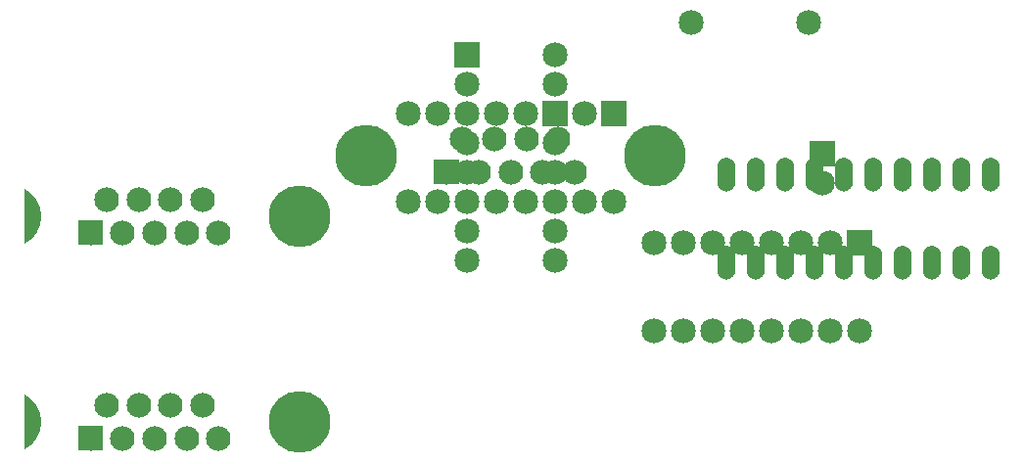
<source format=gbs>
G04 MADE WITH FRITZING*
G04 WWW.FRITZING.ORG*
G04 DOUBLE SIDED*
G04 HOLES PLATED*
G04 CONTOUR ON CENTER OF CONTOUR VECTOR*
%ASAXBY*%
%FSLAX23Y23*%
%MOIN*%
%OFA0B0*%
%SFA1.0B1.0*%
%ADD10C,0.085000*%
%ADD11C,0.062000*%
%ADD12C,0.084000*%
%ADD13C,0.210000*%
%ADD14R,0.085000X0.085000*%
%ADD15R,0.001000X0.001000*%
%LNMASK0*%
G90*
G70*
G54D10*
X2006Y1272D03*
X2006Y972D03*
X1906Y1272D03*
X1906Y972D03*
X1806Y1272D03*
X1806Y972D03*
X1706Y1272D03*
X1706Y972D03*
X1606Y1272D03*
X1606Y972D03*
X1506Y1272D03*
X1506Y972D03*
X1406Y1272D03*
X1406Y972D03*
X1306Y1272D03*
X1306Y972D03*
X2844Y829D03*
X2844Y529D03*
X2744Y829D03*
X2744Y529D03*
X2644Y829D03*
X2644Y529D03*
X2544Y829D03*
X2544Y529D03*
X2444Y829D03*
X2444Y529D03*
X2344Y829D03*
X2344Y529D03*
X2244Y829D03*
X2244Y529D03*
X2144Y829D03*
X2144Y529D03*
G54D11*
X2390Y762D03*
X2490Y762D03*
X2990Y762D03*
X3090Y762D03*
X2590Y762D03*
X2690Y762D03*
X2890Y762D03*
X2790Y762D03*
X3190Y762D03*
X3290Y762D03*
X3290Y1062D03*
X3190Y1062D03*
X3090Y1062D03*
X2990Y1062D03*
X2890Y1062D03*
X2790Y1062D03*
X2690Y1062D03*
X2590Y1062D03*
X2490Y1062D03*
X2390Y1062D03*
X2390Y762D03*
X2490Y762D03*
X2990Y762D03*
X3090Y762D03*
X2590Y762D03*
X2690Y762D03*
X2890Y762D03*
X2790Y762D03*
X3190Y762D03*
X3290Y762D03*
X3290Y1062D03*
X3190Y1062D03*
X3090Y1062D03*
X2990Y1062D03*
X2890Y1062D03*
X2790Y1062D03*
X2690Y1062D03*
X2590Y1062D03*
X2490Y1062D03*
X2390Y1062D03*
G54D10*
X1506Y1472D03*
X1806Y1472D03*
X1506Y1372D03*
X1806Y1372D03*
X1506Y1272D03*
X1806Y1272D03*
X1506Y1172D03*
X1806Y1172D03*
X1506Y1072D03*
X1806Y1072D03*
X1506Y972D03*
X1806Y972D03*
X1506Y872D03*
X1806Y872D03*
X1506Y772D03*
X1806Y772D03*
X2271Y1579D03*
X2671Y1579D03*
X2271Y1579D03*
X2671Y1579D03*
X2716Y1134D03*
X2716Y1034D03*
G54D12*
X1437Y1071D03*
X1547Y1071D03*
X1656Y1071D03*
X1765Y1071D03*
X1874Y1071D03*
X1492Y1183D03*
X1601Y1183D03*
X1710Y1183D03*
X1819Y1183D03*
G54D13*
X1163Y1127D03*
X2148Y1127D03*
G54D12*
X226Y864D03*
X335Y864D03*
X444Y864D03*
X553Y864D03*
X662Y864D03*
X281Y976D03*
X390Y976D03*
X498Y976D03*
X607Y976D03*
G54D13*
X936Y920D03*
G54D12*
X226Y164D03*
X335Y164D03*
X444Y164D03*
X553Y164D03*
X662Y164D03*
X281Y276D03*
X390Y276D03*
X498Y276D03*
X607Y276D03*
G54D13*
X936Y220D03*
G54D10*
X1806Y1272D03*
X1806Y972D03*
X1706Y1272D03*
X1706Y972D03*
X1606Y1272D03*
X1606Y972D03*
X1506Y1272D03*
X1506Y972D03*
G54D14*
X2006Y1272D03*
X2844Y829D03*
X1506Y1472D03*
X2716Y1134D03*
X1806Y1272D03*
G54D15*
X2385Y1119D02*
X2396Y1119D01*
X2485Y1119D02*
X2496Y1119D01*
X2585Y1119D02*
X2596Y1119D01*
X2685Y1119D02*
X2696Y1119D01*
X2785Y1119D02*
X2796Y1119D01*
X2885Y1119D02*
X2896Y1119D01*
X2984Y1119D02*
X2996Y1119D01*
X3084Y1119D02*
X3096Y1119D01*
X3184Y1119D02*
X3196Y1119D01*
X3284Y1119D02*
X3296Y1119D01*
X2381Y1118D02*
X2400Y1118D01*
X2481Y1118D02*
X2500Y1118D01*
X2581Y1118D02*
X2600Y1118D01*
X2681Y1118D02*
X2700Y1118D01*
X2781Y1118D02*
X2800Y1118D01*
X2881Y1118D02*
X2900Y1118D01*
X2981Y1118D02*
X3000Y1118D01*
X3081Y1118D02*
X3100Y1118D01*
X3181Y1118D02*
X3200Y1118D01*
X3281Y1118D02*
X3300Y1118D01*
X2378Y1117D02*
X2402Y1117D01*
X2478Y1117D02*
X2502Y1117D01*
X2578Y1117D02*
X2602Y1117D01*
X2678Y1117D02*
X2702Y1117D01*
X2778Y1117D02*
X2802Y1117D01*
X2878Y1117D02*
X2902Y1117D01*
X2978Y1117D02*
X3002Y1117D01*
X3078Y1117D02*
X3102Y1117D01*
X3178Y1117D02*
X3202Y1117D01*
X3278Y1117D02*
X3302Y1117D01*
X2376Y1116D02*
X2404Y1116D01*
X2476Y1116D02*
X2504Y1116D01*
X2576Y1116D02*
X2604Y1116D01*
X2676Y1116D02*
X2704Y1116D01*
X2776Y1116D02*
X2804Y1116D01*
X2876Y1116D02*
X2904Y1116D01*
X2976Y1116D02*
X3004Y1116D01*
X3076Y1116D02*
X3104Y1116D01*
X3176Y1116D02*
X3204Y1116D01*
X3276Y1116D02*
X3304Y1116D01*
X2375Y1115D02*
X2406Y1115D01*
X2475Y1115D02*
X2506Y1115D01*
X2575Y1115D02*
X2606Y1115D01*
X2675Y1115D02*
X2706Y1115D01*
X2775Y1115D02*
X2806Y1115D01*
X2875Y1115D02*
X2906Y1115D01*
X2975Y1115D02*
X3006Y1115D01*
X3075Y1115D02*
X3106Y1115D01*
X3175Y1115D02*
X3206Y1115D01*
X3275Y1115D02*
X3306Y1115D01*
X2373Y1114D02*
X2408Y1114D01*
X2473Y1114D02*
X2508Y1114D01*
X2573Y1114D02*
X2608Y1114D01*
X2673Y1114D02*
X2708Y1114D01*
X2773Y1114D02*
X2808Y1114D01*
X2873Y1114D02*
X2908Y1114D01*
X2973Y1114D02*
X3008Y1114D01*
X3073Y1114D02*
X3108Y1114D01*
X3173Y1114D02*
X3208Y1114D01*
X3273Y1114D02*
X3308Y1114D01*
X1396Y1113D02*
X1479Y1113D01*
X2372Y1113D02*
X2409Y1113D01*
X2472Y1113D02*
X2509Y1113D01*
X2572Y1113D02*
X2609Y1113D01*
X2672Y1113D02*
X2709Y1113D01*
X2772Y1113D02*
X2809Y1113D01*
X2872Y1113D02*
X2909Y1113D01*
X2972Y1113D02*
X3009Y1113D01*
X3072Y1113D02*
X3109Y1113D01*
X3172Y1113D02*
X3209Y1113D01*
X3272Y1113D02*
X3309Y1113D01*
X1396Y1112D02*
X1479Y1112D01*
X2371Y1112D02*
X2410Y1112D01*
X2471Y1112D02*
X2510Y1112D01*
X2570Y1112D02*
X2610Y1112D01*
X2670Y1112D02*
X2710Y1112D01*
X2770Y1112D02*
X2810Y1112D01*
X2870Y1112D02*
X2910Y1112D01*
X2970Y1112D02*
X3010Y1112D01*
X3070Y1112D02*
X3110Y1112D01*
X3170Y1112D02*
X3210Y1112D01*
X3270Y1112D02*
X3310Y1112D01*
X1396Y1111D02*
X1479Y1111D01*
X2369Y1111D02*
X2411Y1111D01*
X2469Y1111D02*
X2511Y1111D01*
X2569Y1111D02*
X2611Y1111D01*
X2669Y1111D02*
X2711Y1111D01*
X2769Y1111D02*
X2811Y1111D01*
X2869Y1111D02*
X2911Y1111D01*
X2969Y1111D02*
X3011Y1111D01*
X3069Y1111D02*
X3111Y1111D01*
X3169Y1111D02*
X3211Y1111D01*
X3269Y1111D02*
X3311Y1111D01*
X1396Y1110D02*
X1479Y1110D01*
X2368Y1110D02*
X2412Y1110D01*
X2468Y1110D02*
X2512Y1110D01*
X2568Y1110D02*
X2612Y1110D01*
X2668Y1110D02*
X2712Y1110D01*
X2768Y1110D02*
X2812Y1110D01*
X2868Y1110D02*
X2912Y1110D01*
X2968Y1110D02*
X3012Y1110D01*
X3068Y1110D02*
X3112Y1110D01*
X3168Y1110D02*
X3212Y1110D01*
X3268Y1110D02*
X3312Y1110D01*
X1396Y1109D02*
X1479Y1109D01*
X2368Y1109D02*
X2413Y1109D01*
X2468Y1109D02*
X2513Y1109D01*
X2568Y1109D02*
X2613Y1109D01*
X2667Y1109D02*
X2713Y1109D01*
X2767Y1109D02*
X2813Y1109D01*
X2867Y1109D02*
X2913Y1109D01*
X2967Y1109D02*
X3013Y1109D01*
X3067Y1109D02*
X3113Y1109D01*
X3167Y1109D02*
X3213Y1109D01*
X3267Y1109D02*
X3313Y1109D01*
X1396Y1108D02*
X1479Y1108D01*
X2367Y1108D02*
X2414Y1108D01*
X2467Y1108D02*
X2514Y1108D01*
X2567Y1108D02*
X2614Y1108D01*
X2667Y1108D02*
X2714Y1108D01*
X2767Y1108D02*
X2814Y1108D01*
X2867Y1108D02*
X2914Y1108D01*
X2967Y1108D02*
X3014Y1108D01*
X3067Y1108D02*
X3114Y1108D01*
X3167Y1108D02*
X3214Y1108D01*
X3267Y1108D02*
X3314Y1108D01*
X1396Y1107D02*
X1479Y1107D01*
X2366Y1107D02*
X2415Y1107D01*
X2466Y1107D02*
X2515Y1107D01*
X2566Y1107D02*
X2615Y1107D01*
X2666Y1107D02*
X2715Y1107D01*
X2766Y1107D02*
X2815Y1107D01*
X2866Y1107D02*
X2915Y1107D01*
X2966Y1107D02*
X3015Y1107D01*
X3066Y1107D02*
X3115Y1107D01*
X3166Y1107D02*
X3215Y1107D01*
X3266Y1107D02*
X3315Y1107D01*
X1396Y1106D02*
X1479Y1106D01*
X2365Y1106D02*
X2416Y1106D01*
X2465Y1106D02*
X2516Y1106D01*
X2565Y1106D02*
X2616Y1106D01*
X2665Y1106D02*
X2716Y1106D01*
X2765Y1106D02*
X2816Y1106D01*
X2865Y1106D02*
X2916Y1106D01*
X2965Y1106D02*
X3016Y1106D01*
X3065Y1106D02*
X3116Y1106D01*
X3165Y1106D02*
X3216Y1106D01*
X3265Y1106D02*
X3316Y1106D01*
X1396Y1105D02*
X1479Y1105D01*
X2365Y1105D02*
X2416Y1105D01*
X2465Y1105D02*
X2516Y1105D01*
X2565Y1105D02*
X2616Y1105D01*
X2665Y1105D02*
X2716Y1105D01*
X2765Y1105D02*
X2816Y1105D01*
X2865Y1105D02*
X2916Y1105D01*
X2965Y1105D02*
X3016Y1105D01*
X3065Y1105D02*
X3116Y1105D01*
X3165Y1105D02*
X3216Y1105D01*
X3265Y1105D02*
X3316Y1105D01*
X1396Y1104D02*
X1479Y1104D01*
X2364Y1104D02*
X2417Y1104D01*
X2464Y1104D02*
X2517Y1104D01*
X2564Y1104D02*
X2617Y1104D01*
X2664Y1104D02*
X2717Y1104D01*
X2764Y1104D02*
X2817Y1104D01*
X2864Y1104D02*
X2917Y1104D01*
X2964Y1104D02*
X3017Y1104D01*
X3064Y1104D02*
X3117Y1104D01*
X3164Y1104D02*
X3217Y1104D01*
X3264Y1104D02*
X3317Y1104D01*
X1396Y1103D02*
X1479Y1103D01*
X2364Y1103D02*
X2417Y1103D01*
X2464Y1103D02*
X2517Y1103D01*
X2564Y1103D02*
X2617Y1103D01*
X2664Y1103D02*
X2717Y1103D01*
X2764Y1103D02*
X2817Y1103D01*
X2863Y1103D02*
X2917Y1103D01*
X2963Y1103D02*
X3017Y1103D01*
X3063Y1103D02*
X3117Y1103D01*
X3163Y1103D02*
X3217Y1103D01*
X3263Y1103D02*
X3317Y1103D01*
X1396Y1102D02*
X1479Y1102D01*
X2363Y1102D02*
X2418Y1102D01*
X2463Y1102D02*
X2518Y1102D01*
X2563Y1102D02*
X2618Y1102D01*
X2663Y1102D02*
X2718Y1102D01*
X2763Y1102D02*
X2818Y1102D01*
X2863Y1102D02*
X2918Y1102D01*
X2963Y1102D02*
X3018Y1102D01*
X3063Y1102D02*
X3118Y1102D01*
X3163Y1102D02*
X3218Y1102D01*
X3263Y1102D02*
X3318Y1102D01*
X1396Y1101D02*
X1479Y1101D01*
X2363Y1101D02*
X2418Y1101D01*
X2463Y1101D02*
X2518Y1101D01*
X2563Y1101D02*
X2618Y1101D01*
X2663Y1101D02*
X2718Y1101D01*
X2763Y1101D02*
X2818Y1101D01*
X2863Y1101D02*
X2918Y1101D01*
X2963Y1101D02*
X3018Y1101D01*
X3063Y1101D02*
X3118Y1101D01*
X3162Y1101D02*
X3218Y1101D01*
X3262Y1101D02*
X3318Y1101D01*
X1396Y1100D02*
X1479Y1100D01*
X2362Y1100D02*
X2419Y1100D01*
X2462Y1100D02*
X2519Y1100D01*
X2562Y1100D02*
X2619Y1100D01*
X2662Y1100D02*
X2719Y1100D01*
X2762Y1100D02*
X2819Y1100D01*
X2862Y1100D02*
X2919Y1100D01*
X2962Y1100D02*
X3019Y1100D01*
X3062Y1100D02*
X3119Y1100D01*
X3162Y1100D02*
X3219Y1100D01*
X3262Y1100D02*
X3319Y1100D01*
X1396Y1099D02*
X1479Y1099D01*
X2362Y1099D02*
X2419Y1099D01*
X2462Y1099D02*
X2519Y1099D01*
X2562Y1099D02*
X2619Y1099D01*
X2662Y1099D02*
X2719Y1099D01*
X2762Y1099D02*
X2819Y1099D01*
X2862Y1099D02*
X2919Y1099D01*
X2962Y1099D02*
X3019Y1099D01*
X3062Y1099D02*
X3119Y1099D01*
X3162Y1099D02*
X3219Y1099D01*
X3262Y1099D02*
X3319Y1099D01*
X1396Y1098D02*
X1479Y1098D01*
X2361Y1098D02*
X2419Y1098D01*
X2461Y1098D02*
X2519Y1098D01*
X2561Y1098D02*
X2619Y1098D01*
X2661Y1098D02*
X2719Y1098D01*
X2761Y1098D02*
X2819Y1098D01*
X2861Y1098D02*
X2919Y1098D01*
X2961Y1098D02*
X3019Y1098D01*
X3061Y1098D02*
X3119Y1098D01*
X3161Y1098D02*
X3219Y1098D01*
X3261Y1098D02*
X3319Y1098D01*
X1396Y1097D02*
X1479Y1097D01*
X2361Y1097D02*
X2420Y1097D01*
X2461Y1097D02*
X2520Y1097D01*
X2561Y1097D02*
X2620Y1097D01*
X2661Y1097D02*
X2720Y1097D01*
X2761Y1097D02*
X2820Y1097D01*
X2861Y1097D02*
X2920Y1097D01*
X2961Y1097D02*
X3020Y1097D01*
X3061Y1097D02*
X3120Y1097D01*
X3161Y1097D02*
X3220Y1097D01*
X3261Y1097D02*
X3320Y1097D01*
X1396Y1096D02*
X1479Y1096D01*
X2361Y1096D02*
X2420Y1096D01*
X2461Y1096D02*
X2520Y1096D01*
X2561Y1096D02*
X2620Y1096D01*
X2661Y1096D02*
X2720Y1096D01*
X2761Y1096D02*
X2820Y1096D01*
X2861Y1096D02*
X2920Y1096D01*
X2961Y1096D02*
X3020Y1096D01*
X3061Y1096D02*
X3120Y1096D01*
X3161Y1096D02*
X3220Y1096D01*
X3261Y1096D02*
X3320Y1096D01*
X1396Y1095D02*
X1479Y1095D01*
X2361Y1095D02*
X2420Y1095D01*
X2461Y1095D02*
X2520Y1095D01*
X2561Y1095D02*
X2620Y1095D01*
X2661Y1095D02*
X2720Y1095D01*
X2761Y1095D02*
X2820Y1095D01*
X2861Y1095D02*
X2920Y1095D01*
X2961Y1095D02*
X3020Y1095D01*
X3061Y1095D02*
X3120Y1095D01*
X3161Y1095D02*
X3220Y1095D01*
X3261Y1095D02*
X3320Y1095D01*
X1396Y1094D02*
X1479Y1094D01*
X2360Y1094D02*
X2420Y1094D01*
X2460Y1094D02*
X2520Y1094D01*
X2560Y1094D02*
X2620Y1094D01*
X2660Y1094D02*
X2720Y1094D01*
X2760Y1094D02*
X2820Y1094D01*
X2860Y1094D02*
X2920Y1094D01*
X2960Y1094D02*
X3020Y1094D01*
X3060Y1094D02*
X3120Y1094D01*
X3160Y1094D02*
X3220Y1094D01*
X3260Y1094D02*
X3320Y1094D01*
X1396Y1093D02*
X1479Y1093D01*
X2360Y1093D02*
X2421Y1093D01*
X2460Y1093D02*
X2521Y1093D01*
X2560Y1093D02*
X2621Y1093D01*
X2660Y1093D02*
X2721Y1093D01*
X2760Y1093D02*
X2821Y1093D01*
X2860Y1093D02*
X2921Y1093D01*
X2960Y1093D02*
X3021Y1093D01*
X3060Y1093D02*
X3121Y1093D01*
X3160Y1093D02*
X3221Y1093D01*
X3260Y1093D02*
X3320Y1093D01*
X1396Y1092D02*
X1479Y1092D01*
X2360Y1092D02*
X2421Y1092D01*
X2460Y1092D02*
X2521Y1092D01*
X2560Y1092D02*
X2621Y1092D01*
X2660Y1092D02*
X2721Y1092D01*
X2760Y1092D02*
X2821Y1092D01*
X2860Y1092D02*
X2921Y1092D01*
X2960Y1092D02*
X3021Y1092D01*
X3060Y1092D02*
X3121Y1092D01*
X3160Y1092D02*
X3221Y1092D01*
X3260Y1092D02*
X3321Y1092D01*
X1396Y1091D02*
X1479Y1091D01*
X2360Y1091D02*
X2421Y1091D01*
X2460Y1091D02*
X2521Y1091D01*
X2560Y1091D02*
X2621Y1091D01*
X2660Y1091D02*
X2721Y1091D01*
X2760Y1091D02*
X2821Y1091D01*
X2860Y1091D02*
X2921Y1091D01*
X2960Y1091D02*
X3021Y1091D01*
X3060Y1091D02*
X3121Y1091D01*
X3160Y1091D02*
X3221Y1091D01*
X3260Y1091D02*
X3321Y1091D01*
X1396Y1090D02*
X1479Y1090D01*
X2360Y1090D02*
X2421Y1090D01*
X2460Y1090D02*
X2521Y1090D01*
X2560Y1090D02*
X2621Y1090D01*
X2660Y1090D02*
X2721Y1090D01*
X2760Y1090D02*
X2821Y1090D01*
X2860Y1090D02*
X2921Y1090D01*
X2960Y1090D02*
X3021Y1090D01*
X3060Y1090D02*
X3121Y1090D01*
X3160Y1090D02*
X3221Y1090D01*
X3260Y1090D02*
X3321Y1090D01*
X1396Y1089D02*
X1479Y1089D01*
X2360Y1089D02*
X2421Y1089D01*
X2460Y1089D02*
X2521Y1089D01*
X2560Y1089D02*
X2621Y1089D01*
X2660Y1089D02*
X2721Y1089D01*
X2760Y1089D02*
X2821Y1089D01*
X2860Y1089D02*
X2921Y1089D01*
X2960Y1089D02*
X3021Y1089D01*
X3060Y1089D02*
X3121Y1089D01*
X3160Y1089D02*
X3221Y1089D01*
X3260Y1089D02*
X3321Y1089D01*
X1396Y1088D02*
X1479Y1088D01*
X2360Y1088D02*
X2421Y1088D01*
X2460Y1088D02*
X2521Y1088D01*
X2560Y1088D02*
X2621Y1088D01*
X2660Y1088D02*
X2721Y1088D01*
X2760Y1088D02*
X2821Y1088D01*
X2860Y1088D02*
X2921Y1088D01*
X2960Y1088D02*
X3021Y1088D01*
X3060Y1088D02*
X3121Y1088D01*
X3160Y1088D02*
X3221Y1088D01*
X3260Y1088D02*
X3321Y1088D01*
X1396Y1087D02*
X1479Y1087D01*
X2360Y1087D02*
X2421Y1087D01*
X2460Y1087D02*
X2521Y1087D01*
X2560Y1087D02*
X2621Y1087D01*
X2660Y1087D02*
X2721Y1087D01*
X2760Y1087D02*
X2821Y1087D01*
X2860Y1087D02*
X2921Y1087D01*
X2960Y1087D02*
X3021Y1087D01*
X3060Y1087D02*
X3121Y1087D01*
X3160Y1087D02*
X3221Y1087D01*
X3260Y1087D02*
X3321Y1087D01*
X1396Y1086D02*
X1432Y1086D01*
X1443Y1086D02*
X1479Y1086D01*
X2360Y1086D02*
X2421Y1086D01*
X2460Y1086D02*
X2521Y1086D01*
X2560Y1086D02*
X2621Y1086D01*
X2660Y1086D02*
X2721Y1086D01*
X2760Y1086D02*
X2821Y1086D01*
X2860Y1086D02*
X2921Y1086D01*
X2960Y1086D02*
X3021Y1086D01*
X3060Y1086D02*
X3121Y1086D01*
X3160Y1086D02*
X3221Y1086D01*
X3260Y1086D02*
X3321Y1086D01*
X1396Y1085D02*
X1430Y1085D01*
X1445Y1085D02*
X1479Y1085D01*
X2360Y1085D02*
X2421Y1085D01*
X2460Y1085D02*
X2521Y1085D01*
X2560Y1085D02*
X2621Y1085D01*
X2660Y1085D02*
X2721Y1085D01*
X2760Y1085D02*
X2821Y1085D01*
X2860Y1085D02*
X2921Y1085D01*
X2960Y1085D02*
X3021Y1085D01*
X3060Y1085D02*
X3121Y1085D01*
X3160Y1085D02*
X3221Y1085D01*
X3260Y1085D02*
X3321Y1085D01*
X1396Y1084D02*
X1429Y1084D01*
X1447Y1084D02*
X1479Y1084D01*
X2360Y1084D02*
X2421Y1084D01*
X2460Y1084D02*
X2521Y1084D01*
X2560Y1084D02*
X2621Y1084D01*
X2660Y1084D02*
X2721Y1084D01*
X2760Y1084D02*
X2821Y1084D01*
X2860Y1084D02*
X2921Y1084D01*
X2960Y1084D02*
X3021Y1084D01*
X3060Y1084D02*
X3121Y1084D01*
X3160Y1084D02*
X3221Y1084D01*
X3260Y1084D02*
X3321Y1084D01*
X1396Y1083D02*
X1427Y1083D01*
X1448Y1083D02*
X1479Y1083D01*
X2360Y1083D02*
X2421Y1083D01*
X2460Y1083D02*
X2521Y1083D01*
X2560Y1083D02*
X2621Y1083D01*
X2660Y1083D02*
X2721Y1083D01*
X2760Y1083D02*
X2821Y1083D01*
X2860Y1083D02*
X2921Y1083D01*
X2960Y1083D02*
X3021Y1083D01*
X3060Y1083D02*
X3121Y1083D01*
X3160Y1083D02*
X3221Y1083D01*
X3260Y1083D02*
X3321Y1083D01*
X1396Y1082D02*
X1426Y1082D01*
X1449Y1082D02*
X1479Y1082D01*
X2360Y1082D02*
X2421Y1082D01*
X2460Y1082D02*
X2521Y1082D01*
X2560Y1082D02*
X2621Y1082D01*
X2660Y1082D02*
X2721Y1082D01*
X2760Y1082D02*
X2821Y1082D01*
X2860Y1082D02*
X2921Y1082D01*
X2960Y1082D02*
X3021Y1082D01*
X3060Y1082D02*
X3121Y1082D01*
X3160Y1082D02*
X3221Y1082D01*
X3260Y1082D02*
X3321Y1082D01*
X1396Y1081D02*
X1425Y1081D01*
X1450Y1081D02*
X1479Y1081D01*
X2360Y1081D02*
X2421Y1081D01*
X2460Y1081D02*
X2521Y1081D01*
X2560Y1081D02*
X2621Y1081D01*
X2660Y1081D02*
X2721Y1081D01*
X2760Y1081D02*
X2821Y1081D01*
X2860Y1081D02*
X2921Y1081D01*
X2960Y1081D02*
X3021Y1081D01*
X3060Y1081D02*
X3121Y1081D01*
X3160Y1081D02*
X3221Y1081D01*
X3260Y1081D02*
X3321Y1081D01*
X1396Y1080D02*
X1425Y1080D01*
X1451Y1080D02*
X1479Y1080D01*
X2360Y1080D02*
X2421Y1080D01*
X2460Y1080D02*
X2521Y1080D01*
X2560Y1080D02*
X2621Y1080D01*
X2660Y1080D02*
X2721Y1080D01*
X2760Y1080D02*
X2821Y1080D01*
X2860Y1080D02*
X2921Y1080D01*
X2960Y1080D02*
X3021Y1080D01*
X3060Y1080D02*
X3121Y1080D01*
X3160Y1080D02*
X3221Y1080D01*
X3260Y1080D02*
X3321Y1080D01*
X1396Y1079D02*
X1424Y1079D01*
X1451Y1079D02*
X1479Y1079D01*
X2360Y1079D02*
X2421Y1079D01*
X2460Y1079D02*
X2521Y1079D01*
X2560Y1079D02*
X2621Y1079D01*
X2660Y1079D02*
X2721Y1079D01*
X2760Y1079D02*
X2821Y1079D01*
X2860Y1079D02*
X2921Y1079D01*
X2960Y1079D02*
X3021Y1079D01*
X3060Y1079D02*
X3121Y1079D01*
X3160Y1079D02*
X3221Y1079D01*
X3260Y1079D02*
X3321Y1079D01*
X1396Y1078D02*
X1424Y1078D01*
X1452Y1078D02*
X1479Y1078D01*
X2360Y1078D02*
X2421Y1078D01*
X2460Y1078D02*
X2521Y1078D01*
X2560Y1078D02*
X2621Y1078D01*
X2660Y1078D02*
X2721Y1078D01*
X2760Y1078D02*
X2821Y1078D01*
X2860Y1078D02*
X2921Y1078D01*
X2960Y1078D02*
X3021Y1078D01*
X3060Y1078D02*
X3121Y1078D01*
X3160Y1078D02*
X3221Y1078D01*
X3260Y1078D02*
X3321Y1078D01*
X1396Y1077D02*
X1423Y1077D01*
X1452Y1077D02*
X1479Y1077D01*
X2360Y1077D02*
X2421Y1077D01*
X2460Y1077D02*
X2521Y1077D01*
X2560Y1077D02*
X2621Y1077D01*
X2660Y1077D02*
X2721Y1077D01*
X2760Y1077D02*
X2821Y1077D01*
X2860Y1077D02*
X2921Y1077D01*
X2960Y1077D02*
X3021Y1077D01*
X3060Y1077D02*
X3121Y1077D01*
X3160Y1077D02*
X3221Y1077D01*
X3260Y1077D02*
X3321Y1077D01*
X1396Y1076D02*
X1423Y1076D01*
X1453Y1076D02*
X1479Y1076D01*
X2360Y1076D02*
X2421Y1076D01*
X2460Y1076D02*
X2521Y1076D01*
X2560Y1076D02*
X2621Y1076D01*
X2660Y1076D02*
X2721Y1076D01*
X2760Y1076D02*
X2821Y1076D01*
X2860Y1076D02*
X2921Y1076D01*
X2960Y1076D02*
X3021Y1076D01*
X3060Y1076D02*
X3121Y1076D01*
X3160Y1076D02*
X3221Y1076D01*
X3260Y1076D02*
X3321Y1076D01*
X1396Y1075D02*
X1423Y1075D01*
X1453Y1075D02*
X1479Y1075D01*
X2360Y1075D02*
X2421Y1075D01*
X2460Y1075D02*
X2521Y1075D01*
X2560Y1075D02*
X2621Y1075D01*
X2660Y1075D02*
X2721Y1075D01*
X2760Y1075D02*
X2821Y1075D01*
X2860Y1075D02*
X2921Y1075D01*
X2960Y1075D02*
X3021Y1075D01*
X3060Y1075D02*
X3121Y1075D01*
X3160Y1075D02*
X3221Y1075D01*
X3260Y1075D02*
X3321Y1075D01*
X1396Y1074D02*
X1422Y1074D01*
X1453Y1074D02*
X1479Y1074D01*
X2360Y1074D02*
X2421Y1074D01*
X2460Y1074D02*
X2521Y1074D01*
X2560Y1074D02*
X2621Y1074D01*
X2660Y1074D02*
X2721Y1074D01*
X2760Y1074D02*
X2821Y1074D01*
X2860Y1074D02*
X2921Y1074D01*
X2960Y1074D02*
X3021Y1074D01*
X3060Y1074D02*
X3121Y1074D01*
X3160Y1074D02*
X3221Y1074D01*
X3260Y1074D02*
X3321Y1074D01*
X1396Y1073D02*
X1422Y1073D01*
X1453Y1073D02*
X1479Y1073D01*
X2360Y1073D02*
X2386Y1073D01*
X2395Y1073D02*
X2421Y1073D01*
X2460Y1073D02*
X2486Y1073D01*
X2495Y1073D02*
X2521Y1073D01*
X2560Y1073D02*
X2586Y1073D01*
X2595Y1073D02*
X2621Y1073D01*
X2660Y1073D02*
X2686Y1073D01*
X2695Y1073D02*
X2721Y1073D01*
X2760Y1073D02*
X2786Y1073D01*
X2795Y1073D02*
X2821Y1073D01*
X2860Y1073D02*
X2886Y1073D01*
X2895Y1073D02*
X2921Y1073D01*
X2960Y1073D02*
X2986Y1073D01*
X2995Y1073D02*
X3021Y1073D01*
X3060Y1073D02*
X3086Y1073D01*
X3095Y1073D02*
X3121Y1073D01*
X3160Y1073D02*
X3186Y1073D01*
X3195Y1073D02*
X3221Y1073D01*
X3260Y1073D02*
X3286Y1073D01*
X3295Y1073D02*
X3321Y1073D01*
X1396Y1072D02*
X1422Y1072D01*
X1453Y1072D02*
X1479Y1072D01*
X2360Y1072D02*
X2384Y1072D01*
X2397Y1072D02*
X2421Y1072D01*
X2460Y1072D02*
X2484Y1072D01*
X2497Y1072D02*
X2521Y1072D01*
X2560Y1072D02*
X2584Y1072D01*
X2597Y1072D02*
X2621Y1072D01*
X2660Y1072D02*
X2684Y1072D01*
X2697Y1072D02*
X2721Y1072D01*
X2760Y1072D02*
X2784Y1072D01*
X2797Y1072D02*
X2821Y1072D01*
X2860Y1072D02*
X2884Y1072D01*
X2897Y1072D02*
X2921Y1072D01*
X2960Y1072D02*
X2984Y1072D01*
X2997Y1072D02*
X3021Y1072D01*
X3060Y1072D02*
X3084Y1072D01*
X3097Y1072D02*
X3121Y1072D01*
X3160Y1072D02*
X3184Y1072D01*
X3197Y1072D02*
X3221Y1072D01*
X3260Y1072D02*
X3284Y1072D01*
X3297Y1072D02*
X3321Y1072D01*
X1396Y1071D02*
X1422Y1071D01*
X1453Y1071D02*
X1479Y1071D01*
X2360Y1071D02*
X2383Y1071D01*
X2398Y1071D02*
X2421Y1071D01*
X2460Y1071D02*
X2483Y1071D01*
X2498Y1071D02*
X2521Y1071D01*
X2560Y1071D02*
X2583Y1071D01*
X2598Y1071D02*
X2621Y1071D01*
X2660Y1071D02*
X2683Y1071D01*
X2698Y1071D02*
X2721Y1071D01*
X2760Y1071D02*
X2783Y1071D01*
X2798Y1071D02*
X2821Y1071D01*
X2860Y1071D02*
X2883Y1071D01*
X2898Y1071D02*
X2921Y1071D01*
X2960Y1071D02*
X2983Y1071D01*
X2998Y1071D02*
X3021Y1071D01*
X3060Y1071D02*
X3083Y1071D01*
X3098Y1071D02*
X3121Y1071D01*
X3160Y1071D02*
X3183Y1071D01*
X3198Y1071D02*
X3221Y1071D01*
X3260Y1071D02*
X3283Y1071D01*
X3298Y1071D02*
X3321Y1071D01*
X1396Y1070D02*
X1422Y1070D01*
X1453Y1070D02*
X1479Y1070D01*
X2360Y1070D02*
X2382Y1070D01*
X2399Y1070D02*
X2421Y1070D01*
X2460Y1070D02*
X2482Y1070D01*
X2499Y1070D02*
X2521Y1070D01*
X2560Y1070D02*
X2582Y1070D01*
X2599Y1070D02*
X2621Y1070D01*
X2660Y1070D02*
X2682Y1070D01*
X2699Y1070D02*
X2721Y1070D01*
X2760Y1070D02*
X2782Y1070D01*
X2799Y1070D02*
X2821Y1070D01*
X2860Y1070D02*
X2882Y1070D01*
X2899Y1070D02*
X2921Y1070D01*
X2960Y1070D02*
X2982Y1070D01*
X2999Y1070D02*
X3021Y1070D01*
X3060Y1070D02*
X3082Y1070D01*
X3099Y1070D02*
X3121Y1070D01*
X3160Y1070D02*
X3182Y1070D01*
X3199Y1070D02*
X3221Y1070D01*
X3260Y1070D02*
X3282Y1070D01*
X3299Y1070D02*
X3321Y1070D01*
X1396Y1069D02*
X1423Y1069D01*
X1453Y1069D02*
X1479Y1069D01*
X2360Y1069D02*
X2381Y1069D01*
X2400Y1069D02*
X2421Y1069D01*
X2460Y1069D02*
X2481Y1069D01*
X2500Y1069D02*
X2521Y1069D01*
X2560Y1069D02*
X2581Y1069D01*
X2600Y1069D02*
X2621Y1069D01*
X2660Y1069D02*
X2681Y1069D01*
X2700Y1069D02*
X2721Y1069D01*
X2760Y1069D02*
X2781Y1069D01*
X2800Y1069D02*
X2821Y1069D01*
X2860Y1069D02*
X2881Y1069D01*
X2900Y1069D02*
X2921Y1069D01*
X2960Y1069D02*
X2981Y1069D01*
X3000Y1069D02*
X3021Y1069D01*
X3060Y1069D02*
X3081Y1069D01*
X3100Y1069D02*
X3121Y1069D01*
X3160Y1069D02*
X3181Y1069D01*
X3200Y1069D02*
X3221Y1069D01*
X3260Y1069D02*
X3281Y1069D01*
X3300Y1069D02*
X3321Y1069D01*
X1396Y1068D02*
X1423Y1068D01*
X1453Y1068D02*
X1479Y1068D01*
X2360Y1068D02*
X2380Y1068D01*
X2401Y1068D02*
X2421Y1068D01*
X2460Y1068D02*
X2480Y1068D01*
X2501Y1068D02*
X2521Y1068D01*
X2560Y1068D02*
X2580Y1068D01*
X2601Y1068D02*
X2621Y1068D01*
X2660Y1068D02*
X2680Y1068D01*
X2701Y1068D02*
X2721Y1068D01*
X2760Y1068D02*
X2780Y1068D01*
X2801Y1068D02*
X2821Y1068D01*
X2860Y1068D02*
X2880Y1068D01*
X2901Y1068D02*
X2921Y1068D01*
X2960Y1068D02*
X2980Y1068D01*
X3001Y1068D02*
X3021Y1068D01*
X3060Y1068D02*
X3080Y1068D01*
X3101Y1068D02*
X3121Y1068D01*
X3160Y1068D02*
X3180Y1068D01*
X3201Y1068D02*
X3221Y1068D01*
X3260Y1068D02*
X3280Y1068D01*
X3301Y1068D02*
X3321Y1068D01*
X1396Y1067D02*
X1423Y1067D01*
X1453Y1067D02*
X1479Y1067D01*
X2360Y1067D02*
X2380Y1067D01*
X2401Y1067D02*
X2421Y1067D01*
X2460Y1067D02*
X2480Y1067D01*
X2501Y1067D02*
X2521Y1067D01*
X2560Y1067D02*
X2580Y1067D01*
X2601Y1067D02*
X2621Y1067D01*
X2660Y1067D02*
X2680Y1067D01*
X2701Y1067D02*
X2721Y1067D01*
X2760Y1067D02*
X2780Y1067D01*
X2801Y1067D02*
X2821Y1067D01*
X2860Y1067D02*
X2880Y1067D01*
X2901Y1067D02*
X2921Y1067D01*
X2960Y1067D02*
X2980Y1067D01*
X3001Y1067D02*
X3021Y1067D01*
X3060Y1067D02*
X3080Y1067D01*
X3101Y1067D02*
X3121Y1067D01*
X3160Y1067D02*
X3180Y1067D01*
X3201Y1067D02*
X3221Y1067D01*
X3260Y1067D02*
X3280Y1067D01*
X3301Y1067D02*
X3321Y1067D01*
X1396Y1066D02*
X1423Y1066D01*
X1452Y1066D02*
X1479Y1066D01*
X2360Y1066D02*
X2379Y1066D01*
X2401Y1066D02*
X2421Y1066D01*
X2460Y1066D02*
X2479Y1066D01*
X2501Y1066D02*
X2521Y1066D01*
X2560Y1066D02*
X2579Y1066D01*
X2601Y1066D02*
X2621Y1066D01*
X2660Y1066D02*
X2679Y1066D01*
X2701Y1066D02*
X2721Y1066D01*
X2760Y1066D02*
X2779Y1066D01*
X2801Y1066D02*
X2821Y1066D01*
X2860Y1066D02*
X2879Y1066D01*
X2901Y1066D02*
X2921Y1066D01*
X2960Y1066D02*
X2979Y1066D01*
X3001Y1066D02*
X3021Y1066D01*
X3060Y1066D02*
X3079Y1066D01*
X3101Y1066D02*
X3121Y1066D01*
X3160Y1066D02*
X3179Y1066D01*
X3201Y1066D02*
X3221Y1066D01*
X3260Y1066D02*
X3279Y1066D01*
X3301Y1066D02*
X3321Y1066D01*
X1396Y1065D02*
X1424Y1065D01*
X1452Y1065D02*
X1479Y1065D01*
X2360Y1065D02*
X2379Y1065D01*
X2402Y1065D02*
X2421Y1065D01*
X2460Y1065D02*
X2479Y1065D01*
X2502Y1065D02*
X2521Y1065D01*
X2560Y1065D02*
X2579Y1065D01*
X2602Y1065D02*
X2621Y1065D01*
X2660Y1065D02*
X2679Y1065D01*
X2702Y1065D02*
X2721Y1065D01*
X2760Y1065D02*
X2779Y1065D01*
X2802Y1065D02*
X2821Y1065D01*
X2860Y1065D02*
X2879Y1065D01*
X2902Y1065D02*
X2921Y1065D01*
X2960Y1065D02*
X2979Y1065D01*
X3002Y1065D02*
X3021Y1065D01*
X3060Y1065D02*
X3079Y1065D01*
X3102Y1065D02*
X3121Y1065D01*
X3160Y1065D02*
X3179Y1065D01*
X3202Y1065D02*
X3221Y1065D01*
X3260Y1065D02*
X3279Y1065D01*
X3302Y1065D02*
X3321Y1065D01*
X1396Y1064D02*
X1424Y1064D01*
X1451Y1064D02*
X1479Y1064D01*
X2360Y1064D02*
X2379Y1064D01*
X2402Y1064D02*
X2421Y1064D01*
X2460Y1064D02*
X2479Y1064D01*
X2502Y1064D02*
X2521Y1064D01*
X2560Y1064D02*
X2579Y1064D01*
X2602Y1064D02*
X2621Y1064D01*
X2660Y1064D02*
X2679Y1064D01*
X2702Y1064D02*
X2721Y1064D01*
X2760Y1064D02*
X2779Y1064D01*
X2802Y1064D02*
X2821Y1064D01*
X2860Y1064D02*
X2879Y1064D01*
X2902Y1064D02*
X2921Y1064D01*
X2960Y1064D02*
X2979Y1064D01*
X3002Y1064D02*
X3021Y1064D01*
X3060Y1064D02*
X3079Y1064D01*
X3102Y1064D02*
X3121Y1064D01*
X3160Y1064D02*
X3179Y1064D01*
X3202Y1064D02*
X3221Y1064D01*
X3260Y1064D02*
X3279Y1064D01*
X3302Y1064D02*
X3321Y1064D01*
X1396Y1063D02*
X1425Y1063D01*
X1450Y1063D02*
X1479Y1063D01*
X2360Y1063D02*
X2379Y1063D01*
X2402Y1063D02*
X2421Y1063D01*
X2460Y1063D02*
X2479Y1063D01*
X2502Y1063D02*
X2521Y1063D01*
X2560Y1063D02*
X2579Y1063D01*
X2602Y1063D02*
X2621Y1063D01*
X2660Y1063D02*
X2679Y1063D01*
X2702Y1063D02*
X2721Y1063D01*
X2760Y1063D02*
X2779Y1063D01*
X2802Y1063D02*
X2821Y1063D01*
X2860Y1063D02*
X2879Y1063D01*
X2902Y1063D02*
X2921Y1063D01*
X2960Y1063D02*
X2979Y1063D01*
X3002Y1063D02*
X3021Y1063D01*
X3060Y1063D02*
X3079Y1063D01*
X3102Y1063D02*
X3121Y1063D01*
X3160Y1063D02*
X3179Y1063D01*
X3202Y1063D02*
X3221Y1063D01*
X3260Y1063D02*
X3279Y1063D01*
X3302Y1063D02*
X3321Y1063D01*
X1396Y1062D02*
X1426Y1062D01*
X1450Y1062D02*
X1479Y1062D01*
X2360Y1062D02*
X2379Y1062D01*
X2402Y1062D02*
X2421Y1062D01*
X2460Y1062D02*
X2479Y1062D01*
X2502Y1062D02*
X2521Y1062D01*
X2560Y1062D02*
X2579Y1062D01*
X2602Y1062D02*
X2621Y1062D01*
X2660Y1062D02*
X2679Y1062D01*
X2702Y1062D02*
X2721Y1062D01*
X2760Y1062D02*
X2779Y1062D01*
X2802Y1062D02*
X2821Y1062D01*
X2860Y1062D02*
X2879Y1062D01*
X2902Y1062D02*
X2921Y1062D01*
X2960Y1062D02*
X2979Y1062D01*
X3002Y1062D02*
X3021Y1062D01*
X3060Y1062D02*
X3079Y1062D01*
X3102Y1062D02*
X3121Y1062D01*
X3160Y1062D02*
X3179Y1062D01*
X3202Y1062D02*
X3221Y1062D01*
X3260Y1062D02*
X3279Y1062D01*
X3302Y1062D02*
X3321Y1062D01*
X1396Y1061D02*
X1427Y1061D01*
X1449Y1061D02*
X1479Y1061D01*
X2360Y1061D02*
X2379Y1061D01*
X2402Y1061D02*
X2421Y1061D01*
X2460Y1061D02*
X2479Y1061D01*
X2502Y1061D02*
X2521Y1061D01*
X2560Y1061D02*
X2579Y1061D01*
X2602Y1061D02*
X2621Y1061D01*
X2660Y1061D02*
X2679Y1061D01*
X2702Y1061D02*
X2721Y1061D01*
X2760Y1061D02*
X2779Y1061D01*
X2802Y1061D02*
X2821Y1061D01*
X2860Y1061D02*
X2879Y1061D01*
X2902Y1061D02*
X2921Y1061D01*
X2960Y1061D02*
X2979Y1061D01*
X3002Y1061D02*
X3021Y1061D01*
X3060Y1061D02*
X3079Y1061D01*
X3102Y1061D02*
X3121Y1061D01*
X3160Y1061D02*
X3179Y1061D01*
X3202Y1061D02*
X3221Y1061D01*
X3260Y1061D02*
X3279Y1061D01*
X3302Y1061D02*
X3321Y1061D01*
X1396Y1060D02*
X1428Y1060D01*
X1447Y1060D02*
X1479Y1060D01*
X2360Y1060D02*
X2379Y1060D01*
X2402Y1060D02*
X2421Y1060D01*
X2460Y1060D02*
X2479Y1060D01*
X2502Y1060D02*
X2521Y1060D01*
X2560Y1060D02*
X2579Y1060D01*
X2602Y1060D02*
X2621Y1060D01*
X2660Y1060D02*
X2679Y1060D01*
X2702Y1060D02*
X2721Y1060D01*
X2760Y1060D02*
X2779Y1060D01*
X2802Y1060D02*
X2821Y1060D01*
X2860Y1060D02*
X2879Y1060D01*
X2902Y1060D02*
X2921Y1060D01*
X2960Y1060D02*
X2979Y1060D01*
X3002Y1060D02*
X3021Y1060D01*
X3060Y1060D02*
X3079Y1060D01*
X3102Y1060D02*
X3121Y1060D01*
X3160Y1060D02*
X3179Y1060D01*
X3202Y1060D02*
X3221Y1060D01*
X3260Y1060D02*
X3279Y1060D01*
X3302Y1060D02*
X3321Y1060D01*
X1396Y1059D02*
X1429Y1059D01*
X1446Y1059D02*
X1479Y1059D01*
X2360Y1059D02*
X2380Y1059D01*
X2401Y1059D02*
X2421Y1059D01*
X2460Y1059D02*
X2480Y1059D01*
X2501Y1059D02*
X2521Y1059D01*
X2560Y1059D02*
X2580Y1059D01*
X2601Y1059D02*
X2621Y1059D01*
X2660Y1059D02*
X2680Y1059D01*
X2701Y1059D02*
X2721Y1059D01*
X2760Y1059D02*
X2780Y1059D01*
X2801Y1059D02*
X2821Y1059D01*
X2860Y1059D02*
X2880Y1059D01*
X2901Y1059D02*
X2921Y1059D01*
X2960Y1059D02*
X2979Y1059D01*
X3001Y1059D02*
X3021Y1059D01*
X3060Y1059D02*
X3079Y1059D01*
X3101Y1059D02*
X3121Y1059D01*
X3160Y1059D02*
X3179Y1059D01*
X3201Y1059D02*
X3221Y1059D01*
X3260Y1059D02*
X3279Y1059D01*
X3301Y1059D02*
X3321Y1059D01*
X1396Y1058D02*
X1431Y1058D01*
X1444Y1058D02*
X1479Y1058D01*
X2360Y1058D02*
X2380Y1058D01*
X2401Y1058D02*
X2421Y1058D01*
X2460Y1058D02*
X2480Y1058D01*
X2501Y1058D02*
X2521Y1058D01*
X2560Y1058D02*
X2580Y1058D01*
X2601Y1058D02*
X2621Y1058D01*
X2660Y1058D02*
X2680Y1058D01*
X2701Y1058D02*
X2721Y1058D01*
X2760Y1058D02*
X2780Y1058D01*
X2801Y1058D02*
X2821Y1058D01*
X2860Y1058D02*
X2880Y1058D01*
X2901Y1058D02*
X2921Y1058D01*
X2960Y1058D02*
X2980Y1058D01*
X3001Y1058D02*
X3021Y1058D01*
X3060Y1058D02*
X3080Y1058D01*
X3101Y1058D02*
X3121Y1058D01*
X3160Y1058D02*
X3180Y1058D01*
X3201Y1058D02*
X3221Y1058D01*
X3260Y1058D02*
X3280Y1058D01*
X3301Y1058D02*
X3321Y1058D01*
X1396Y1057D02*
X1435Y1057D01*
X1440Y1057D02*
X1479Y1057D01*
X2360Y1057D02*
X2381Y1057D01*
X2400Y1057D02*
X2421Y1057D01*
X2460Y1057D02*
X2481Y1057D01*
X2500Y1057D02*
X2521Y1057D01*
X2560Y1057D02*
X2581Y1057D01*
X2600Y1057D02*
X2621Y1057D01*
X2660Y1057D02*
X2680Y1057D01*
X2700Y1057D02*
X2721Y1057D01*
X2760Y1057D02*
X2780Y1057D01*
X2800Y1057D02*
X2821Y1057D01*
X2860Y1057D02*
X2880Y1057D01*
X2900Y1057D02*
X2921Y1057D01*
X2960Y1057D02*
X2980Y1057D01*
X3000Y1057D02*
X3021Y1057D01*
X3060Y1057D02*
X3080Y1057D01*
X3100Y1057D02*
X3121Y1057D01*
X3160Y1057D02*
X3180Y1057D01*
X3200Y1057D02*
X3221Y1057D01*
X3260Y1057D02*
X3280Y1057D01*
X3300Y1057D02*
X3321Y1057D01*
X1396Y1056D02*
X1479Y1056D01*
X2360Y1056D02*
X2381Y1056D01*
X2400Y1056D02*
X2421Y1056D01*
X2460Y1056D02*
X2481Y1056D01*
X2500Y1056D02*
X2521Y1056D01*
X2560Y1056D02*
X2581Y1056D01*
X2600Y1056D02*
X2621Y1056D01*
X2660Y1056D02*
X2681Y1056D01*
X2700Y1056D02*
X2721Y1056D01*
X2760Y1056D02*
X2781Y1056D01*
X2800Y1056D02*
X2821Y1056D01*
X2860Y1056D02*
X2881Y1056D01*
X2900Y1056D02*
X2921Y1056D01*
X2960Y1056D02*
X2981Y1056D01*
X3000Y1056D02*
X3021Y1056D01*
X3060Y1056D02*
X3081Y1056D01*
X3100Y1056D02*
X3121Y1056D01*
X3160Y1056D02*
X3181Y1056D01*
X3200Y1056D02*
X3221Y1056D01*
X3260Y1056D02*
X3281Y1056D01*
X3300Y1056D02*
X3321Y1056D01*
X1396Y1055D02*
X1479Y1055D01*
X2360Y1055D02*
X2382Y1055D01*
X2399Y1055D02*
X2421Y1055D01*
X2460Y1055D02*
X2482Y1055D01*
X2499Y1055D02*
X2521Y1055D01*
X2560Y1055D02*
X2582Y1055D01*
X2599Y1055D02*
X2621Y1055D01*
X2660Y1055D02*
X2682Y1055D01*
X2699Y1055D02*
X2721Y1055D01*
X2760Y1055D02*
X2782Y1055D01*
X2799Y1055D02*
X2821Y1055D01*
X2860Y1055D02*
X2882Y1055D01*
X2899Y1055D02*
X2921Y1055D01*
X2960Y1055D02*
X2982Y1055D01*
X2999Y1055D02*
X3021Y1055D01*
X3060Y1055D02*
X3082Y1055D01*
X3099Y1055D02*
X3121Y1055D01*
X3160Y1055D02*
X3182Y1055D01*
X3199Y1055D02*
X3221Y1055D01*
X3260Y1055D02*
X3282Y1055D01*
X3299Y1055D02*
X3321Y1055D01*
X1396Y1054D02*
X1479Y1054D01*
X2360Y1054D02*
X2383Y1054D01*
X2398Y1054D02*
X2421Y1054D01*
X2460Y1054D02*
X2483Y1054D01*
X2498Y1054D02*
X2521Y1054D01*
X2560Y1054D02*
X2583Y1054D01*
X2598Y1054D02*
X2621Y1054D01*
X2660Y1054D02*
X2683Y1054D01*
X2698Y1054D02*
X2721Y1054D01*
X2760Y1054D02*
X2783Y1054D01*
X2798Y1054D02*
X2821Y1054D01*
X2860Y1054D02*
X2883Y1054D01*
X2898Y1054D02*
X2921Y1054D01*
X2960Y1054D02*
X2983Y1054D01*
X2998Y1054D02*
X3021Y1054D01*
X3060Y1054D02*
X3083Y1054D01*
X3098Y1054D02*
X3121Y1054D01*
X3160Y1054D02*
X3183Y1054D01*
X3198Y1054D02*
X3221Y1054D01*
X3260Y1054D02*
X3283Y1054D01*
X3298Y1054D02*
X3321Y1054D01*
X1396Y1053D02*
X1479Y1053D01*
X2360Y1053D02*
X2385Y1053D01*
X2396Y1053D02*
X2421Y1053D01*
X2460Y1053D02*
X2485Y1053D01*
X2496Y1053D02*
X2521Y1053D01*
X2560Y1053D02*
X2585Y1053D01*
X2596Y1053D02*
X2621Y1053D01*
X2660Y1053D02*
X2685Y1053D01*
X2696Y1053D02*
X2721Y1053D01*
X2760Y1053D02*
X2785Y1053D01*
X2796Y1053D02*
X2821Y1053D01*
X2860Y1053D02*
X2885Y1053D01*
X2896Y1053D02*
X2921Y1053D01*
X2960Y1053D02*
X2985Y1053D01*
X2996Y1053D02*
X3021Y1053D01*
X3060Y1053D02*
X3085Y1053D01*
X3096Y1053D02*
X3121Y1053D01*
X3160Y1053D02*
X3185Y1053D01*
X3196Y1053D02*
X3221Y1053D01*
X3260Y1053D02*
X3285Y1053D01*
X3296Y1053D02*
X3321Y1053D01*
X1396Y1052D02*
X1479Y1052D01*
X2360Y1052D02*
X2387Y1052D01*
X2393Y1052D02*
X2421Y1052D01*
X2460Y1052D02*
X2487Y1052D01*
X2493Y1052D02*
X2521Y1052D01*
X2560Y1052D02*
X2587Y1052D01*
X2593Y1052D02*
X2621Y1052D01*
X2660Y1052D02*
X2687Y1052D01*
X2693Y1052D02*
X2721Y1052D01*
X2760Y1052D02*
X2787Y1052D01*
X2793Y1052D02*
X2821Y1052D01*
X2860Y1052D02*
X2887Y1052D01*
X2893Y1052D02*
X2921Y1052D01*
X2960Y1052D02*
X2987Y1052D01*
X2993Y1052D02*
X3021Y1052D01*
X3060Y1052D02*
X3087Y1052D01*
X3093Y1052D02*
X3121Y1052D01*
X3160Y1052D02*
X3187Y1052D01*
X3193Y1052D02*
X3221Y1052D01*
X3260Y1052D02*
X3287Y1052D01*
X3293Y1052D02*
X3321Y1052D01*
X1396Y1051D02*
X1479Y1051D01*
X2360Y1051D02*
X2421Y1051D01*
X2460Y1051D02*
X2521Y1051D01*
X2560Y1051D02*
X2621Y1051D01*
X2660Y1051D02*
X2721Y1051D01*
X2760Y1051D02*
X2821Y1051D01*
X2860Y1051D02*
X2921Y1051D01*
X2960Y1051D02*
X3021Y1051D01*
X3060Y1051D02*
X3121Y1051D01*
X3160Y1051D02*
X3221Y1051D01*
X3260Y1051D02*
X3321Y1051D01*
X1396Y1050D02*
X1479Y1050D01*
X2360Y1050D02*
X2421Y1050D01*
X2460Y1050D02*
X2521Y1050D01*
X2560Y1050D02*
X2621Y1050D01*
X2660Y1050D02*
X2721Y1050D01*
X2760Y1050D02*
X2821Y1050D01*
X2860Y1050D02*
X2921Y1050D01*
X2960Y1050D02*
X3021Y1050D01*
X3060Y1050D02*
X3121Y1050D01*
X3160Y1050D02*
X3221Y1050D01*
X3260Y1050D02*
X3321Y1050D01*
X1396Y1049D02*
X1479Y1049D01*
X2360Y1049D02*
X2421Y1049D01*
X2460Y1049D02*
X2521Y1049D01*
X2560Y1049D02*
X2621Y1049D01*
X2660Y1049D02*
X2721Y1049D01*
X2760Y1049D02*
X2821Y1049D01*
X2860Y1049D02*
X2921Y1049D01*
X2960Y1049D02*
X3021Y1049D01*
X3060Y1049D02*
X3121Y1049D01*
X3160Y1049D02*
X3221Y1049D01*
X3260Y1049D02*
X3321Y1049D01*
X1396Y1048D02*
X1479Y1048D01*
X2360Y1048D02*
X2421Y1048D01*
X2460Y1048D02*
X2521Y1048D01*
X2560Y1048D02*
X2621Y1048D01*
X2660Y1048D02*
X2721Y1048D01*
X2760Y1048D02*
X2821Y1048D01*
X2860Y1048D02*
X2921Y1048D01*
X2960Y1048D02*
X3021Y1048D01*
X3060Y1048D02*
X3121Y1048D01*
X3160Y1048D02*
X3221Y1048D01*
X3260Y1048D02*
X3321Y1048D01*
X1396Y1047D02*
X1479Y1047D01*
X2360Y1047D02*
X2421Y1047D01*
X2460Y1047D02*
X2521Y1047D01*
X2560Y1047D02*
X2621Y1047D01*
X2660Y1047D02*
X2721Y1047D01*
X2760Y1047D02*
X2821Y1047D01*
X2860Y1047D02*
X2921Y1047D01*
X2960Y1047D02*
X3021Y1047D01*
X3060Y1047D02*
X3121Y1047D01*
X3160Y1047D02*
X3221Y1047D01*
X3260Y1047D02*
X3321Y1047D01*
X1396Y1046D02*
X1479Y1046D01*
X2360Y1046D02*
X2421Y1046D01*
X2460Y1046D02*
X2521Y1046D01*
X2560Y1046D02*
X2621Y1046D01*
X2660Y1046D02*
X2721Y1046D01*
X2760Y1046D02*
X2821Y1046D01*
X2860Y1046D02*
X2921Y1046D01*
X2960Y1046D02*
X3021Y1046D01*
X3060Y1046D02*
X3121Y1046D01*
X3160Y1046D02*
X3221Y1046D01*
X3260Y1046D02*
X3321Y1046D01*
X1396Y1045D02*
X1479Y1045D01*
X2360Y1045D02*
X2421Y1045D01*
X2460Y1045D02*
X2521Y1045D01*
X2560Y1045D02*
X2621Y1045D01*
X2660Y1045D02*
X2721Y1045D01*
X2760Y1045D02*
X2821Y1045D01*
X2860Y1045D02*
X2921Y1045D01*
X2960Y1045D02*
X3021Y1045D01*
X3060Y1045D02*
X3121Y1045D01*
X3160Y1045D02*
X3221Y1045D01*
X3260Y1045D02*
X3321Y1045D01*
X1396Y1044D02*
X1479Y1044D01*
X2360Y1044D02*
X2421Y1044D01*
X2460Y1044D02*
X2521Y1044D01*
X2560Y1044D02*
X2621Y1044D01*
X2660Y1044D02*
X2721Y1044D01*
X2760Y1044D02*
X2821Y1044D01*
X2860Y1044D02*
X2921Y1044D01*
X2960Y1044D02*
X3021Y1044D01*
X3060Y1044D02*
X3121Y1044D01*
X3160Y1044D02*
X3221Y1044D01*
X3260Y1044D02*
X3321Y1044D01*
X1396Y1043D02*
X1479Y1043D01*
X2360Y1043D02*
X2421Y1043D01*
X2460Y1043D02*
X2521Y1043D01*
X2560Y1043D02*
X2621Y1043D01*
X2660Y1043D02*
X2721Y1043D01*
X2760Y1043D02*
X2821Y1043D01*
X2860Y1043D02*
X2921Y1043D01*
X2960Y1043D02*
X3021Y1043D01*
X3060Y1043D02*
X3121Y1043D01*
X3160Y1043D02*
X3221Y1043D01*
X3260Y1043D02*
X3321Y1043D01*
X1396Y1042D02*
X1479Y1042D01*
X2360Y1042D02*
X2421Y1042D01*
X2460Y1042D02*
X2521Y1042D01*
X2560Y1042D02*
X2621Y1042D01*
X2660Y1042D02*
X2721Y1042D01*
X2760Y1042D02*
X2821Y1042D01*
X2860Y1042D02*
X2921Y1042D01*
X2960Y1042D02*
X3021Y1042D01*
X3060Y1042D02*
X3121Y1042D01*
X3160Y1042D02*
X3221Y1042D01*
X3260Y1042D02*
X3321Y1042D01*
X1396Y1041D02*
X1479Y1041D01*
X2360Y1041D02*
X2421Y1041D01*
X2460Y1041D02*
X2521Y1041D01*
X2560Y1041D02*
X2621Y1041D01*
X2660Y1041D02*
X2721Y1041D01*
X2760Y1041D02*
X2821Y1041D01*
X2860Y1041D02*
X2921Y1041D01*
X2960Y1041D02*
X3021Y1041D01*
X3060Y1041D02*
X3121Y1041D01*
X3160Y1041D02*
X3221Y1041D01*
X3260Y1041D02*
X3321Y1041D01*
X1396Y1040D02*
X1479Y1040D01*
X2360Y1040D02*
X2421Y1040D01*
X2460Y1040D02*
X2521Y1040D01*
X2560Y1040D02*
X2621Y1040D01*
X2660Y1040D02*
X2721Y1040D01*
X2760Y1040D02*
X2821Y1040D01*
X2860Y1040D02*
X2921Y1040D01*
X2960Y1040D02*
X3021Y1040D01*
X3060Y1040D02*
X3121Y1040D01*
X3160Y1040D02*
X3221Y1040D01*
X3260Y1040D02*
X3321Y1040D01*
X1396Y1039D02*
X1479Y1039D01*
X2360Y1039D02*
X2421Y1039D01*
X2460Y1039D02*
X2521Y1039D01*
X2560Y1039D02*
X2621Y1039D01*
X2660Y1039D02*
X2721Y1039D01*
X2760Y1039D02*
X2821Y1039D01*
X2860Y1039D02*
X2921Y1039D01*
X2960Y1039D02*
X3021Y1039D01*
X3060Y1039D02*
X3121Y1039D01*
X3160Y1039D02*
X3221Y1039D01*
X3260Y1039D02*
X3321Y1039D01*
X1396Y1038D02*
X1479Y1038D01*
X2360Y1038D02*
X2421Y1038D01*
X2460Y1038D02*
X2521Y1038D01*
X2560Y1038D02*
X2621Y1038D01*
X2660Y1038D02*
X2721Y1038D01*
X2760Y1038D02*
X2821Y1038D01*
X2860Y1038D02*
X2921Y1038D01*
X2960Y1038D02*
X3021Y1038D01*
X3060Y1038D02*
X3121Y1038D01*
X3160Y1038D02*
X3221Y1038D01*
X3260Y1038D02*
X3321Y1038D01*
X1396Y1037D02*
X1479Y1037D01*
X2360Y1037D02*
X2421Y1037D01*
X2460Y1037D02*
X2521Y1037D01*
X2560Y1037D02*
X2621Y1037D01*
X2660Y1037D02*
X2721Y1037D01*
X2760Y1037D02*
X2821Y1037D01*
X2860Y1037D02*
X2921Y1037D01*
X2960Y1037D02*
X3021Y1037D01*
X3060Y1037D02*
X3121Y1037D01*
X3160Y1037D02*
X3221Y1037D01*
X3260Y1037D02*
X3321Y1037D01*
X1396Y1036D02*
X1479Y1036D01*
X2360Y1036D02*
X2421Y1036D01*
X2460Y1036D02*
X2521Y1036D01*
X2560Y1036D02*
X2621Y1036D01*
X2660Y1036D02*
X2721Y1036D01*
X2760Y1036D02*
X2821Y1036D01*
X2860Y1036D02*
X2921Y1036D01*
X2960Y1036D02*
X3021Y1036D01*
X3060Y1036D02*
X3121Y1036D01*
X3160Y1036D02*
X3221Y1036D01*
X3260Y1036D02*
X3321Y1036D01*
X1396Y1035D02*
X1479Y1035D01*
X2360Y1035D02*
X2421Y1035D01*
X2460Y1035D02*
X2521Y1035D01*
X2560Y1035D02*
X2621Y1035D01*
X2660Y1035D02*
X2721Y1035D01*
X2760Y1035D02*
X2821Y1035D01*
X2860Y1035D02*
X2921Y1035D01*
X2960Y1035D02*
X3021Y1035D01*
X3060Y1035D02*
X3121Y1035D01*
X3160Y1035D02*
X3221Y1035D01*
X3260Y1035D02*
X3321Y1035D01*
X1396Y1034D02*
X1479Y1034D01*
X2360Y1034D02*
X2421Y1034D01*
X2460Y1034D02*
X2521Y1034D01*
X2560Y1034D02*
X2621Y1034D01*
X2660Y1034D02*
X2721Y1034D01*
X2760Y1034D02*
X2821Y1034D01*
X2860Y1034D02*
X2921Y1034D01*
X2960Y1034D02*
X3021Y1034D01*
X3060Y1034D02*
X3121Y1034D01*
X3160Y1034D02*
X3221Y1034D01*
X3260Y1034D02*
X3321Y1034D01*
X1396Y1033D02*
X1479Y1033D01*
X2360Y1033D02*
X2421Y1033D01*
X2460Y1033D02*
X2521Y1033D01*
X2560Y1033D02*
X2621Y1033D01*
X2660Y1033D02*
X2721Y1033D01*
X2760Y1033D02*
X2821Y1033D01*
X2860Y1033D02*
X2921Y1033D01*
X2960Y1033D02*
X3021Y1033D01*
X3060Y1033D02*
X3121Y1033D01*
X3160Y1033D02*
X3221Y1033D01*
X3260Y1033D02*
X3321Y1033D01*
X1396Y1032D02*
X1479Y1032D01*
X2360Y1032D02*
X2421Y1032D01*
X2460Y1032D02*
X2520Y1032D01*
X2560Y1032D02*
X2620Y1032D01*
X2660Y1032D02*
X2720Y1032D01*
X2760Y1032D02*
X2820Y1032D01*
X2860Y1032D02*
X2920Y1032D01*
X2960Y1032D02*
X3020Y1032D01*
X3060Y1032D02*
X3120Y1032D01*
X3160Y1032D02*
X3220Y1032D01*
X3260Y1032D02*
X3320Y1032D01*
X1396Y1031D02*
X1479Y1031D01*
X2361Y1031D02*
X2420Y1031D01*
X2461Y1031D02*
X2520Y1031D01*
X2561Y1031D02*
X2620Y1031D01*
X2661Y1031D02*
X2720Y1031D01*
X2761Y1031D02*
X2820Y1031D01*
X2860Y1031D02*
X2920Y1031D01*
X2960Y1031D02*
X3020Y1031D01*
X3060Y1031D02*
X3120Y1031D01*
X3160Y1031D02*
X3220Y1031D01*
X3260Y1031D02*
X3320Y1031D01*
X1397Y1030D02*
X1479Y1030D01*
X2361Y1030D02*
X2420Y1030D01*
X2461Y1030D02*
X2520Y1030D01*
X2561Y1030D02*
X2620Y1030D01*
X2661Y1030D02*
X2720Y1030D01*
X2761Y1030D02*
X2820Y1030D01*
X2861Y1030D02*
X2920Y1030D01*
X2961Y1030D02*
X3020Y1030D01*
X3061Y1030D02*
X3120Y1030D01*
X3161Y1030D02*
X3220Y1030D01*
X3261Y1030D02*
X3320Y1030D01*
X2361Y1029D02*
X2420Y1029D01*
X2461Y1029D02*
X2520Y1029D01*
X2561Y1029D02*
X2620Y1029D01*
X2661Y1029D02*
X2720Y1029D01*
X2761Y1029D02*
X2820Y1029D01*
X2861Y1029D02*
X2920Y1029D01*
X2961Y1029D02*
X3020Y1029D01*
X3061Y1029D02*
X3120Y1029D01*
X3161Y1029D02*
X3220Y1029D01*
X3261Y1029D02*
X3320Y1029D01*
X2361Y1028D02*
X2420Y1028D01*
X2461Y1028D02*
X2520Y1028D01*
X2561Y1028D02*
X2620Y1028D01*
X2661Y1028D02*
X2720Y1028D01*
X2761Y1028D02*
X2820Y1028D01*
X2861Y1028D02*
X2920Y1028D01*
X2961Y1028D02*
X3020Y1028D01*
X3061Y1028D02*
X3120Y1028D01*
X3161Y1028D02*
X3220Y1028D01*
X3261Y1028D02*
X3320Y1028D01*
X2362Y1027D02*
X2419Y1027D01*
X2462Y1027D02*
X2519Y1027D01*
X2562Y1027D02*
X2619Y1027D01*
X2662Y1027D02*
X2719Y1027D01*
X2762Y1027D02*
X2819Y1027D01*
X2862Y1027D02*
X2919Y1027D01*
X2962Y1027D02*
X3019Y1027D01*
X3062Y1027D02*
X3119Y1027D01*
X3162Y1027D02*
X3219Y1027D01*
X3262Y1027D02*
X3319Y1027D01*
X2362Y1026D02*
X2419Y1026D01*
X2462Y1026D02*
X2519Y1026D01*
X2562Y1026D02*
X2619Y1026D01*
X2662Y1026D02*
X2719Y1026D01*
X2762Y1026D02*
X2819Y1026D01*
X2862Y1026D02*
X2919Y1026D01*
X2962Y1026D02*
X3019Y1026D01*
X3062Y1026D02*
X3119Y1026D01*
X3162Y1026D02*
X3219Y1026D01*
X3262Y1026D02*
X3319Y1026D01*
X2362Y1025D02*
X2419Y1025D01*
X2462Y1025D02*
X2519Y1025D01*
X2562Y1025D02*
X2619Y1025D01*
X2662Y1025D02*
X2718Y1025D01*
X2762Y1025D02*
X2818Y1025D01*
X2862Y1025D02*
X2918Y1025D01*
X2962Y1025D02*
X3018Y1025D01*
X3062Y1025D02*
X3118Y1025D01*
X3162Y1025D02*
X3218Y1025D01*
X3262Y1025D02*
X3318Y1025D01*
X2363Y1024D02*
X2418Y1024D01*
X2463Y1024D02*
X2518Y1024D01*
X2563Y1024D02*
X2618Y1024D01*
X2663Y1024D02*
X2718Y1024D01*
X2763Y1024D02*
X2818Y1024D01*
X2863Y1024D02*
X2918Y1024D01*
X2963Y1024D02*
X3018Y1024D01*
X3063Y1024D02*
X3118Y1024D01*
X3163Y1024D02*
X3218Y1024D01*
X3263Y1024D02*
X3318Y1024D01*
X2363Y1023D02*
X2418Y1023D01*
X2463Y1023D02*
X2518Y1023D01*
X2563Y1023D02*
X2618Y1023D01*
X2663Y1023D02*
X2718Y1023D01*
X2763Y1023D02*
X2818Y1023D01*
X2863Y1023D02*
X2918Y1023D01*
X2963Y1023D02*
X3018Y1023D01*
X3063Y1023D02*
X3118Y1023D01*
X3163Y1023D02*
X3218Y1023D01*
X3263Y1023D02*
X3318Y1023D01*
X2364Y1022D02*
X2417Y1022D01*
X2464Y1022D02*
X2517Y1022D01*
X2564Y1022D02*
X2617Y1022D01*
X2664Y1022D02*
X2717Y1022D01*
X2764Y1022D02*
X2817Y1022D01*
X2864Y1022D02*
X2917Y1022D01*
X2964Y1022D02*
X3017Y1022D01*
X3064Y1022D02*
X3117Y1022D01*
X3164Y1022D02*
X3217Y1022D01*
X3264Y1022D02*
X3317Y1022D01*
X2364Y1021D02*
X2417Y1021D01*
X2464Y1021D02*
X2517Y1021D01*
X2564Y1021D02*
X2617Y1021D01*
X2664Y1021D02*
X2717Y1021D01*
X2764Y1021D02*
X2816Y1021D01*
X2864Y1021D02*
X2916Y1021D01*
X2964Y1021D02*
X3016Y1021D01*
X3064Y1021D02*
X3116Y1021D01*
X3164Y1021D02*
X3216Y1021D01*
X3264Y1021D02*
X3316Y1021D01*
X2365Y1020D02*
X2416Y1020D01*
X2465Y1020D02*
X2516Y1020D01*
X2565Y1020D02*
X2616Y1020D01*
X2665Y1020D02*
X2716Y1020D01*
X2765Y1020D02*
X2816Y1020D01*
X2865Y1020D02*
X2916Y1020D01*
X2965Y1020D02*
X3016Y1020D01*
X3065Y1020D02*
X3116Y1020D01*
X3165Y1020D02*
X3216Y1020D01*
X3265Y1020D02*
X3316Y1020D01*
X2366Y1019D02*
X2415Y1019D01*
X2466Y1019D02*
X2515Y1019D01*
X2566Y1019D02*
X2615Y1019D01*
X2666Y1019D02*
X2715Y1019D01*
X2766Y1019D02*
X2815Y1019D01*
X2866Y1019D02*
X2915Y1019D01*
X2966Y1019D02*
X3015Y1019D01*
X3066Y1019D02*
X3115Y1019D01*
X3166Y1019D02*
X3215Y1019D01*
X3266Y1019D02*
X3315Y1019D01*
X2366Y1018D02*
X2415Y1018D01*
X2466Y1018D02*
X2515Y1018D01*
X2566Y1018D02*
X2615Y1018D01*
X2666Y1018D02*
X2715Y1018D01*
X2766Y1018D02*
X2815Y1018D01*
X2866Y1018D02*
X2915Y1018D01*
X2966Y1018D02*
X3015Y1018D01*
X3066Y1018D02*
X3114Y1018D01*
X3166Y1018D02*
X3214Y1018D01*
X3266Y1018D02*
X3314Y1018D01*
X2367Y1017D02*
X2414Y1017D01*
X2467Y1017D02*
X2514Y1017D01*
X2567Y1017D02*
X2614Y1017D01*
X2667Y1017D02*
X2714Y1017D01*
X2767Y1017D02*
X2814Y1017D01*
X2867Y1017D02*
X2914Y1017D01*
X2967Y1017D02*
X3014Y1017D01*
X3067Y1017D02*
X3114Y1017D01*
X3167Y1017D02*
X3214Y1017D01*
X3267Y1017D02*
X3314Y1017D01*
X2368Y1016D02*
X2413Y1016D01*
X2468Y1016D02*
X2513Y1016D01*
X2568Y1016D02*
X2613Y1016D01*
X2668Y1016D02*
X2713Y1016D01*
X2768Y1016D02*
X2813Y1016D01*
X2868Y1016D02*
X2913Y1016D01*
X2968Y1016D02*
X3013Y1016D01*
X3068Y1016D02*
X3113Y1016D01*
X3168Y1016D02*
X3213Y1016D01*
X3268Y1016D02*
X3313Y1016D01*
X2369Y1015D02*
X2412Y1015D01*
X2469Y1015D02*
X2512Y1015D01*
X2569Y1015D02*
X2612Y1015D01*
X2669Y1015D02*
X2712Y1015D01*
X2769Y1015D02*
X2812Y1015D01*
X2869Y1015D02*
X2912Y1015D01*
X2969Y1015D02*
X3012Y1015D01*
X3069Y1015D02*
X3112Y1015D01*
X3169Y1015D02*
X3212Y1015D01*
X3269Y1015D02*
X3312Y1015D01*
X2370Y1014D02*
X2411Y1014D01*
X2470Y1014D02*
X2511Y1014D01*
X2570Y1014D02*
X2611Y1014D01*
X2670Y1014D02*
X2711Y1014D01*
X2770Y1014D02*
X2811Y1014D01*
X2870Y1014D02*
X2911Y1014D01*
X2970Y1014D02*
X3011Y1014D01*
X3070Y1014D02*
X3111Y1014D01*
X3170Y1014D02*
X3211Y1014D01*
X3270Y1014D02*
X3311Y1014D01*
X1Y1013D02*
X1Y1013D01*
X2371Y1013D02*
X2410Y1013D01*
X2471Y1013D02*
X2510Y1013D01*
X2571Y1013D02*
X2610Y1013D01*
X2671Y1013D02*
X2710Y1013D01*
X2771Y1013D02*
X2810Y1013D01*
X2871Y1013D02*
X2910Y1013D01*
X2971Y1013D02*
X3010Y1013D01*
X3071Y1013D02*
X3110Y1013D01*
X3171Y1013D02*
X3210Y1013D01*
X3271Y1013D02*
X3310Y1013D01*
X1Y1012D02*
X3Y1012D01*
X2372Y1012D02*
X2409Y1012D01*
X2472Y1012D02*
X2508Y1012D01*
X2572Y1012D02*
X2608Y1012D01*
X2672Y1012D02*
X2708Y1012D01*
X2772Y1012D02*
X2808Y1012D01*
X2872Y1012D02*
X2908Y1012D01*
X2972Y1012D02*
X3008Y1012D01*
X3072Y1012D02*
X3108Y1012D01*
X3172Y1012D02*
X3208Y1012D01*
X3272Y1012D02*
X3308Y1012D01*
X1Y1011D02*
X4Y1011D01*
X2374Y1011D02*
X2407Y1011D01*
X2474Y1011D02*
X2507Y1011D01*
X2574Y1011D02*
X2607Y1011D01*
X2674Y1011D02*
X2707Y1011D01*
X2774Y1011D02*
X2807Y1011D01*
X2874Y1011D02*
X2907Y1011D01*
X2974Y1011D02*
X3007Y1011D01*
X3074Y1011D02*
X3107Y1011D01*
X3174Y1011D02*
X3207Y1011D01*
X3274Y1011D02*
X3307Y1011D01*
X1Y1010D02*
X6Y1010D01*
X2375Y1010D02*
X2405Y1010D01*
X2475Y1010D02*
X2505Y1010D01*
X2575Y1010D02*
X2605Y1010D01*
X2675Y1010D02*
X2705Y1010D01*
X2775Y1010D02*
X2805Y1010D01*
X2875Y1010D02*
X2905Y1010D01*
X2975Y1010D02*
X3005Y1010D01*
X3075Y1010D02*
X3105Y1010D01*
X3175Y1010D02*
X3205Y1010D01*
X3275Y1010D02*
X3305Y1010D01*
X1Y1009D02*
X7Y1009D01*
X2377Y1009D02*
X2404Y1009D01*
X2477Y1009D02*
X2504Y1009D01*
X2577Y1009D02*
X2603Y1009D01*
X2677Y1009D02*
X2703Y1009D01*
X2777Y1009D02*
X2803Y1009D01*
X2877Y1009D02*
X2903Y1009D01*
X2977Y1009D02*
X3003Y1009D01*
X3077Y1009D02*
X3103Y1009D01*
X3177Y1009D02*
X3203Y1009D01*
X3277Y1009D02*
X3303Y1009D01*
X1Y1008D02*
X9Y1008D01*
X2380Y1008D02*
X2401Y1008D01*
X2480Y1008D02*
X2501Y1008D01*
X2580Y1008D02*
X2601Y1008D01*
X2680Y1008D02*
X2701Y1008D01*
X2780Y1008D02*
X2801Y1008D01*
X2880Y1008D02*
X2901Y1008D01*
X2980Y1008D02*
X3001Y1008D01*
X3080Y1008D02*
X3101Y1008D01*
X3180Y1008D02*
X3201Y1008D01*
X3280Y1008D02*
X3301Y1008D01*
X1Y1007D02*
X11Y1007D01*
X2383Y1007D02*
X2398Y1007D01*
X2483Y1007D02*
X2498Y1007D01*
X2583Y1007D02*
X2598Y1007D01*
X2683Y1007D02*
X2698Y1007D01*
X2783Y1007D02*
X2798Y1007D01*
X2883Y1007D02*
X2898Y1007D01*
X2982Y1007D02*
X2998Y1007D01*
X3082Y1007D02*
X3098Y1007D01*
X3182Y1007D02*
X3198Y1007D01*
X3282Y1007D02*
X3298Y1007D01*
X1Y1006D02*
X12Y1006D01*
X2387Y1006D02*
X2394Y1006D01*
X2487Y1006D02*
X2494Y1006D01*
X2587Y1006D02*
X2594Y1006D01*
X2687Y1006D02*
X2694Y1006D01*
X2787Y1006D02*
X2794Y1006D01*
X2887Y1006D02*
X2894Y1006D01*
X2987Y1006D02*
X2994Y1006D01*
X3087Y1006D02*
X3094Y1006D01*
X3187Y1006D02*
X3194Y1006D01*
X3287Y1006D02*
X3294Y1006D01*
X1Y1005D02*
X13Y1005D01*
X1Y1004D02*
X15Y1004D01*
X1Y1003D02*
X16Y1003D01*
X1Y1002D02*
X17Y1002D01*
X1Y1001D02*
X19Y1001D01*
X1Y1000D02*
X20Y1000D01*
X1Y999D02*
X21Y999D01*
X1Y998D02*
X22Y998D01*
X1Y997D02*
X23Y997D01*
X1Y996D02*
X24Y996D01*
X1Y995D02*
X25Y995D01*
X1Y994D02*
X26Y994D01*
X1Y993D02*
X27Y993D01*
X1Y992D02*
X28Y992D01*
X1Y991D02*
X29Y991D01*
X1Y990D02*
X30Y990D01*
X1Y989D02*
X31Y989D01*
X1Y988D02*
X32Y988D01*
X1Y987D02*
X33Y987D01*
X1Y986D02*
X33Y986D01*
X1Y985D02*
X34Y985D01*
X1Y984D02*
X35Y984D01*
X1Y983D02*
X36Y983D01*
X1Y982D02*
X36Y982D01*
X1Y981D02*
X37Y981D01*
X1Y980D02*
X38Y980D01*
X1Y979D02*
X39Y979D01*
X1Y978D02*
X39Y978D01*
X1Y977D02*
X40Y977D01*
X1Y976D02*
X41Y976D01*
X1Y975D02*
X41Y975D01*
X1Y974D02*
X42Y974D01*
X1Y973D02*
X42Y973D01*
X1Y972D02*
X43Y972D01*
X1Y971D02*
X44Y971D01*
X1Y970D02*
X44Y970D01*
X1Y969D02*
X45Y969D01*
X1Y968D02*
X45Y968D01*
X1Y967D02*
X46Y967D01*
X1Y966D02*
X46Y966D01*
X1Y965D02*
X47Y965D01*
X1Y964D02*
X47Y964D01*
X1Y963D02*
X48Y963D01*
X1Y962D02*
X48Y962D01*
X1Y961D02*
X49Y961D01*
X1Y960D02*
X49Y960D01*
X1Y959D02*
X49Y959D01*
X1Y958D02*
X50Y958D01*
X1Y957D02*
X50Y957D01*
X1Y956D02*
X50Y956D01*
X1Y955D02*
X51Y955D01*
X1Y954D02*
X51Y954D01*
X1Y953D02*
X51Y953D01*
X1Y952D02*
X52Y952D01*
X1Y951D02*
X52Y951D01*
X1Y950D02*
X52Y950D01*
X1Y949D02*
X53Y949D01*
X1Y948D02*
X53Y948D01*
X1Y947D02*
X53Y947D01*
X1Y946D02*
X53Y946D01*
X1Y945D02*
X54Y945D01*
X1Y944D02*
X54Y944D01*
X1Y943D02*
X54Y943D01*
X1Y942D02*
X54Y942D01*
X1Y941D02*
X55Y941D01*
X1Y940D02*
X55Y940D01*
X1Y939D02*
X55Y939D01*
X1Y938D02*
X55Y938D01*
X1Y937D02*
X55Y937D01*
X1Y936D02*
X56Y936D01*
X1Y935D02*
X56Y935D01*
X1Y934D02*
X56Y934D01*
X1Y933D02*
X56Y933D01*
X1Y932D02*
X56Y932D01*
X1Y931D02*
X56Y931D01*
X1Y930D02*
X56Y930D01*
X1Y929D02*
X56Y929D01*
X1Y928D02*
X56Y928D01*
X1Y927D02*
X57Y927D01*
X1Y926D02*
X57Y926D01*
X1Y925D02*
X57Y925D01*
X1Y924D02*
X57Y924D01*
X1Y923D02*
X57Y923D01*
X1Y922D02*
X57Y922D01*
X1Y921D02*
X57Y921D01*
X1Y920D02*
X57Y920D01*
X1Y919D02*
X57Y919D01*
X1Y918D02*
X57Y918D01*
X1Y917D02*
X57Y917D01*
X1Y916D02*
X57Y916D01*
X1Y915D02*
X57Y915D01*
X1Y914D02*
X57Y914D01*
X1Y913D02*
X56Y913D01*
X1Y912D02*
X56Y912D01*
X1Y911D02*
X56Y911D01*
X1Y910D02*
X56Y910D01*
X1Y909D02*
X56Y909D01*
X1Y908D02*
X56Y908D01*
X1Y907D02*
X56Y907D01*
X1Y906D02*
X56Y906D01*
X185Y906D02*
X268Y906D01*
X1Y905D02*
X56Y905D01*
X185Y905D02*
X268Y905D01*
X1Y904D02*
X55Y904D01*
X185Y904D02*
X268Y904D01*
X1Y903D02*
X55Y903D01*
X185Y903D02*
X268Y903D01*
X1Y902D02*
X55Y902D01*
X185Y902D02*
X268Y902D01*
X1Y901D02*
X55Y901D01*
X185Y901D02*
X268Y901D01*
X1Y900D02*
X55Y900D01*
X185Y900D02*
X268Y900D01*
X1Y899D02*
X55Y899D01*
X185Y899D02*
X268Y899D01*
X1Y898D02*
X54Y898D01*
X185Y898D02*
X268Y898D01*
X1Y897D02*
X54Y897D01*
X185Y897D02*
X268Y897D01*
X1Y896D02*
X54Y896D01*
X185Y896D02*
X268Y896D01*
X1Y895D02*
X54Y895D01*
X185Y895D02*
X268Y895D01*
X1Y894D02*
X53Y894D01*
X185Y894D02*
X268Y894D01*
X1Y893D02*
X53Y893D01*
X185Y893D02*
X268Y893D01*
X1Y892D02*
X53Y892D01*
X185Y892D02*
X268Y892D01*
X1Y891D02*
X53Y891D01*
X185Y891D02*
X268Y891D01*
X1Y890D02*
X52Y890D01*
X185Y890D02*
X268Y890D01*
X1Y889D02*
X52Y889D01*
X185Y889D02*
X268Y889D01*
X1Y888D02*
X52Y888D01*
X185Y888D02*
X268Y888D01*
X1Y887D02*
X51Y887D01*
X185Y887D02*
X268Y887D01*
X1Y886D02*
X51Y886D01*
X185Y886D02*
X268Y886D01*
X1Y885D02*
X51Y885D01*
X185Y885D02*
X268Y885D01*
X1Y884D02*
X50Y884D01*
X185Y884D02*
X268Y884D01*
X1Y883D02*
X50Y883D01*
X185Y883D02*
X268Y883D01*
X1Y882D02*
X50Y882D01*
X185Y882D02*
X268Y882D01*
X1Y881D02*
X49Y881D01*
X185Y881D02*
X268Y881D01*
X1Y880D02*
X49Y880D01*
X185Y880D02*
X268Y880D01*
X1Y879D02*
X48Y879D01*
X185Y879D02*
X223Y879D01*
X230Y879D02*
X268Y879D01*
X1Y878D02*
X48Y878D01*
X185Y878D02*
X220Y878D01*
X233Y878D02*
X268Y878D01*
X1Y877D02*
X48Y877D01*
X185Y877D02*
X218Y877D01*
X235Y877D02*
X268Y877D01*
X1Y876D02*
X47Y876D01*
X185Y876D02*
X217Y876D01*
X236Y876D02*
X268Y876D01*
X1Y875D02*
X47Y875D01*
X185Y875D02*
X215Y875D01*
X237Y875D02*
X268Y875D01*
X1Y874D02*
X46Y874D01*
X185Y874D02*
X214Y874D01*
X238Y874D02*
X268Y874D01*
X1Y873D02*
X46Y873D01*
X185Y873D02*
X214Y873D01*
X239Y873D02*
X268Y873D01*
X1Y872D02*
X45Y872D01*
X185Y872D02*
X213Y872D01*
X240Y872D02*
X268Y872D01*
X1Y871D02*
X45Y871D01*
X185Y871D02*
X212Y871D01*
X240Y871D02*
X268Y871D01*
X1Y870D02*
X44Y870D01*
X185Y870D02*
X212Y870D01*
X241Y870D02*
X268Y870D01*
X1Y869D02*
X43Y869D01*
X185Y869D02*
X212Y869D01*
X241Y869D02*
X268Y869D01*
X1Y868D02*
X43Y868D01*
X185Y868D02*
X211Y868D01*
X241Y868D02*
X268Y868D01*
X1Y867D02*
X42Y867D01*
X185Y867D02*
X211Y867D01*
X242Y867D02*
X268Y867D01*
X1Y866D02*
X42Y866D01*
X185Y866D02*
X211Y866D01*
X242Y866D02*
X268Y866D01*
X1Y865D02*
X41Y865D01*
X185Y865D02*
X211Y865D01*
X242Y865D02*
X268Y865D01*
X1Y864D02*
X40Y864D01*
X185Y864D02*
X211Y864D01*
X242Y864D02*
X268Y864D01*
X1Y863D02*
X40Y863D01*
X185Y863D02*
X211Y863D01*
X242Y863D02*
X268Y863D01*
X1Y862D02*
X39Y862D01*
X185Y862D02*
X211Y862D01*
X242Y862D02*
X268Y862D01*
X1Y861D02*
X38Y861D01*
X185Y861D02*
X211Y861D01*
X241Y861D02*
X268Y861D01*
X1Y860D02*
X38Y860D01*
X185Y860D02*
X211Y860D01*
X241Y860D02*
X268Y860D01*
X1Y859D02*
X37Y859D01*
X185Y859D02*
X212Y859D01*
X241Y859D02*
X268Y859D01*
X1Y858D02*
X36Y858D01*
X185Y858D02*
X212Y858D01*
X240Y858D02*
X268Y858D01*
X1Y857D02*
X35Y857D01*
X185Y857D02*
X213Y857D01*
X240Y857D02*
X268Y857D01*
X1Y856D02*
X35Y856D01*
X185Y856D02*
X213Y856D01*
X239Y856D02*
X268Y856D01*
X1Y855D02*
X34Y855D01*
X185Y855D02*
X214Y855D01*
X239Y855D02*
X268Y855D01*
X1Y854D02*
X33Y854D01*
X185Y854D02*
X215Y854D01*
X238Y854D02*
X268Y854D01*
X1Y853D02*
X32Y853D01*
X185Y853D02*
X216Y853D01*
X237Y853D02*
X268Y853D01*
X1Y852D02*
X32Y852D01*
X185Y852D02*
X217Y852D01*
X235Y852D02*
X268Y852D01*
X1Y851D02*
X31Y851D01*
X185Y851D02*
X219Y851D01*
X234Y851D02*
X268Y851D01*
X1Y850D02*
X30Y850D01*
X185Y850D02*
X221Y850D01*
X231Y850D02*
X268Y850D01*
X1Y849D02*
X29Y849D01*
X185Y849D02*
X268Y849D01*
X1Y848D02*
X28Y848D01*
X185Y848D02*
X268Y848D01*
X1Y847D02*
X27Y847D01*
X185Y847D02*
X268Y847D01*
X1Y846D02*
X26Y846D01*
X185Y846D02*
X268Y846D01*
X1Y845D02*
X25Y845D01*
X185Y845D02*
X268Y845D01*
X1Y844D02*
X24Y844D01*
X185Y844D02*
X268Y844D01*
X1Y843D02*
X23Y843D01*
X185Y843D02*
X268Y843D01*
X1Y842D02*
X22Y842D01*
X185Y842D02*
X268Y842D01*
X1Y841D02*
X21Y841D01*
X185Y841D02*
X268Y841D01*
X1Y840D02*
X19Y840D01*
X185Y840D02*
X268Y840D01*
X1Y839D02*
X18Y839D01*
X185Y839D02*
X268Y839D01*
X1Y838D02*
X17Y838D01*
X185Y838D02*
X268Y838D01*
X1Y837D02*
X16Y837D01*
X185Y837D02*
X268Y837D01*
X1Y836D02*
X14Y836D01*
X185Y836D02*
X268Y836D01*
X1Y835D02*
X13Y835D01*
X185Y835D02*
X268Y835D01*
X1Y834D02*
X12Y834D01*
X185Y834D02*
X268Y834D01*
X1Y833D02*
X10Y833D01*
X185Y833D02*
X268Y833D01*
X1Y832D02*
X8Y832D01*
X185Y832D02*
X268Y832D01*
X1Y831D02*
X7Y831D01*
X185Y831D02*
X268Y831D01*
X1Y830D02*
X5Y830D01*
X185Y830D02*
X268Y830D01*
X1Y829D02*
X4Y829D01*
X185Y829D02*
X268Y829D01*
X1Y828D02*
X2Y828D01*
X185Y828D02*
X268Y828D01*
X185Y827D02*
X268Y827D01*
X185Y826D02*
X268Y826D01*
X185Y825D02*
X268Y825D01*
X185Y824D02*
X268Y824D01*
X185Y823D02*
X268Y823D01*
X2384Y819D02*
X2396Y819D01*
X2484Y819D02*
X2496Y819D01*
X2584Y819D02*
X2596Y819D01*
X2684Y819D02*
X2696Y819D01*
X2784Y819D02*
X2796Y819D01*
X2884Y819D02*
X2896Y819D01*
X2984Y819D02*
X2996Y819D01*
X3084Y819D02*
X3096Y819D01*
X3184Y819D02*
X3196Y819D01*
X3284Y819D02*
X3296Y819D01*
X2381Y818D02*
X2400Y818D01*
X2481Y818D02*
X2500Y818D01*
X2581Y818D02*
X2600Y818D01*
X2681Y818D02*
X2700Y818D01*
X2781Y818D02*
X2800Y818D01*
X2881Y818D02*
X2900Y818D01*
X2981Y818D02*
X3000Y818D01*
X3081Y818D02*
X3100Y818D01*
X3181Y818D02*
X3200Y818D01*
X3281Y818D02*
X3300Y818D01*
X2378Y817D02*
X2402Y817D01*
X2478Y817D02*
X2502Y817D01*
X2578Y817D02*
X2602Y817D01*
X2678Y817D02*
X2702Y817D01*
X2778Y817D02*
X2802Y817D01*
X2878Y817D02*
X2902Y817D01*
X2978Y817D02*
X3002Y817D01*
X3078Y817D02*
X3102Y817D01*
X3178Y817D02*
X3202Y817D01*
X3278Y817D02*
X3302Y817D01*
X2376Y816D02*
X2405Y816D01*
X2476Y816D02*
X2505Y816D01*
X2576Y816D02*
X2605Y816D01*
X2676Y816D02*
X2705Y816D01*
X2776Y816D02*
X2805Y816D01*
X2876Y816D02*
X2905Y816D01*
X2976Y816D02*
X3004Y816D01*
X3076Y816D02*
X3104Y816D01*
X3176Y816D02*
X3204Y816D01*
X3276Y816D02*
X3304Y816D01*
X2375Y815D02*
X2406Y815D01*
X2475Y815D02*
X2506Y815D01*
X2575Y815D02*
X2606Y815D01*
X2675Y815D02*
X2706Y815D01*
X2775Y815D02*
X2806Y815D01*
X2875Y815D02*
X2906Y815D01*
X2975Y815D02*
X3006Y815D01*
X3075Y815D02*
X3106Y815D01*
X3175Y815D02*
X3206Y815D01*
X3275Y815D02*
X3306Y815D01*
X2373Y814D02*
X2408Y814D01*
X2473Y814D02*
X2508Y814D01*
X2573Y814D02*
X2608Y814D01*
X2673Y814D02*
X2708Y814D01*
X2773Y814D02*
X2808Y814D01*
X2873Y814D02*
X2908Y814D01*
X2973Y814D02*
X3008Y814D01*
X3073Y814D02*
X3108Y814D01*
X3173Y814D02*
X3208Y814D01*
X3273Y814D02*
X3308Y814D01*
X2372Y813D02*
X2409Y813D01*
X2472Y813D02*
X2509Y813D01*
X2572Y813D02*
X2609Y813D01*
X2672Y813D02*
X2709Y813D01*
X2772Y813D02*
X2809Y813D01*
X2872Y813D02*
X2909Y813D01*
X2972Y813D02*
X3009Y813D01*
X3072Y813D02*
X3109Y813D01*
X3172Y813D02*
X3209Y813D01*
X3272Y813D02*
X3309Y813D01*
X2370Y812D02*
X2410Y812D01*
X2470Y812D02*
X2510Y812D01*
X2570Y812D02*
X2610Y812D01*
X2670Y812D02*
X2710Y812D01*
X2770Y812D02*
X2810Y812D01*
X2870Y812D02*
X2910Y812D01*
X2970Y812D02*
X3010Y812D01*
X3070Y812D02*
X3110Y812D01*
X3170Y812D02*
X3210Y812D01*
X3270Y812D02*
X3310Y812D01*
X2369Y811D02*
X2412Y811D01*
X2469Y811D02*
X2512Y811D01*
X2569Y811D02*
X2611Y811D01*
X2669Y811D02*
X2711Y811D01*
X2769Y811D02*
X2811Y811D01*
X2869Y811D02*
X2911Y811D01*
X2969Y811D02*
X3011Y811D01*
X3069Y811D02*
X3111Y811D01*
X3169Y811D02*
X3211Y811D01*
X3269Y811D02*
X3311Y811D01*
X2368Y810D02*
X2412Y810D01*
X2468Y810D02*
X2512Y810D01*
X2568Y810D02*
X2612Y810D01*
X2668Y810D02*
X2712Y810D01*
X2768Y810D02*
X2812Y810D01*
X2868Y810D02*
X2912Y810D01*
X2968Y810D02*
X3012Y810D01*
X3068Y810D02*
X3112Y810D01*
X3168Y810D02*
X3212Y810D01*
X3268Y810D02*
X3312Y810D01*
X2368Y809D02*
X2413Y809D01*
X2468Y809D02*
X2513Y809D01*
X2567Y809D02*
X2613Y809D01*
X2667Y809D02*
X2713Y809D01*
X2767Y809D02*
X2813Y809D01*
X2867Y809D02*
X2913Y809D01*
X2967Y809D02*
X3013Y809D01*
X3067Y809D02*
X3113Y809D01*
X3167Y809D02*
X3213Y809D01*
X3267Y809D02*
X3313Y809D01*
X2367Y808D02*
X2414Y808D01*
X2467Y808D02*
X2514Y808D01*
X2567Y808D02*
X2614Y808D01*
X2667Y808D02*
X2714Y808D01*
X2767Y808D02*
X2814Y808D01*
X2867Y808D02*
X2914Y808D01*
X2967Y808D02*
X3014Y808D01*
X3067Y808D02*
X3114Y808D01*
X3167Y808D02*
X3214Y808D01*
X3267Y808D02*
X3314Y808D01*
X2366Y807D02*
X2415Y807D01*
X2466Y807D02*
X2515Y807D01*
X2566Y807D02*
X2615Y807D01*
X2666Y807D02*
X2715Y807D01*
X2766Y807D02*
X2815Y807D01*
X2866Y807D02*
X2915Y807D01*
X2966Y807D02*
X3015Y807D01*
X3066Y807D02*
X3115Y807D01*
X3166Y807D02*
X3215Y807D01*
X3266Y807D02*
X3315Y807D01*
X2365Y806D02*
X2416Y806D01*
X2465Y806D02*
X2516Y806D01*
X2565Y806D02*
X2616Y806D01*
X2665Y806D02*
X2716Y806D01*
X2765Y806D02*
X2816Y806D01*
X2865Y806D02*
X2916Y806D01*
X2965Y806D02*
X3016Y806D01*
X3065Y806D02*
X3116Y806D01*
X3165Y806D02*
X3216Y806D01*
X3265Y806D02*
X3316Y806D01*
X2365Y805D02*
X2416Y805D01*
X2465Y805D02*
X2516Y805D01*
X2565Y805D02*
X2616Y805D01*
X2665Y805D02*
X2716Y805D01*
X2765Y805D02*
X2816Y805D01*
X2865Y805D02*
X2916Y805D01*
X2965Y805D02*
X3016Y805D01*
X3065Y805D02*
X3116Y805D01*
X3165Y805D02*
X3216Y805D01*
X3265Y805D02*
X3316Y805D01*
X2364Y804D02*
X2417Y804D01*
X2464Y804D02*
X2517Y804D01*
X2564Y804D02*
X2617Y804D01*
X2664Y804D02*
X2717Y804D01*
X2764Y804D02*
X2817Y804D01*
X2864Y804D02*
X2917Y804D01*
X2964Y804D02*
X3017Y804D01*
X3064Y804D02*
X3117Y804D01*
X3164Y804D02*
X3217Y804D01*
X3264Y804D02*
X3317Y804D01*
X2364Y803D02*
X2417Y803D01*
X2464Y803D02*
X2517Y803D01*
X2564Y803D02*
X2617Y803D01*
X2663Y803D02*
X2717Y803D01*
X2763Y803D02*
X2817Y803D01*
X2863Y803D02*
X2917Y803D01*
X2963Y803D02*
X3017Y803D01*
X3063Y803D02*
X3117Y803D01*
X3163Y803D02*
X3217Y803D01*
X3263Y803D02*
X3317Y803D01*
X2363Y802D02*
X2418Y802D01*
X2463Y802D02*
X2518Y802D01*
X2563Y802D02*
X2618Y802D01*
X2663Y802D02*
X2718Y802D01*
X2763Y802D02*
X2818Y802D01*
X2863Y802D02*
X2918Y802D01*
X2963Y802D02*
X3018Y802D01*
X3063Y802D02*
X3118Y802D01*
X3163Y802D02*
X3218Y802D01*
X3263Y802D02*
X3318Y802D01*
X2363Y801D02*
X2418Y801D01*
X2463Y801D02*
X2518Y801D01*
X2563Y801D02*
X2618Y801D01*
X2663Y801D02*
X2718Y801D01*
X2763Y801D02*
X2818Y801D01*
X2863Y801D02*
X2918Y801D01*
X2963Y801D02*
X3018Y801D01*
X3062Y801D02*
X3118Y801D01*
X3162Y801D02*
X3218Y801D01*
X3262Y801D02*
X3318Y801D01*
X2362Y800D02*
X2419Y800D01*
X2462Y800D02*
X2519Y800D01*
X2562Y800D02*
X2619Y800D01*
X2662Y800D02*
X2719Y800D01*
X2762Y800D02*
X2819Y800D01*
X2862Y800D02*
X2919Y800D01*
X2962Y800D02*
X3019Y800D01*
X3062Y800D02*
X3119Y800D01*
X3162Y800D02*
X3219Y800D01*
X3262Y800D02*
X3319Y800D01*
X2362Y799D02*
X2419Y799D01*
X2462Y799D02*
X2519Y799D01*
X2562Y799D02*
X2619Y799D01*
X2662Y799D02*
X2719Y799D01*
X2762Y799D02*
X2819Y799D01*
X2862Y799D02*
X2919Y799D01*
X2962Y799D02*
X3019Y799D01*
X3062Y799D02*
X3119Y799D01*
X3162Y799D02*
X3219Y799D01*
X3262Y799D02*
X3319Y799D01*
X2361Y798D02*
X2419Y798D01*
X2461Y798D02*
X2519Y798D01*
X2561Y798D02*
X2619Y798D01*
X2661Y798D02*
X2719Y798D01*
X2761Y798D02*
X2819Y798D01*
X2861Y798D02*
X2919Y798D01*
X2961Y798D02*
X3019Y798D01*
X3061Y798D02*
X3119Y798D01*
X3161Y798D02*
X3219Y798D01*
X3261Y798D02*
X3319Y798D01*
X2361Y797D02*
X2420Y797D01*
X2461Y797D02*
X2520Y797D01*
X2561Y797D02*
X2620Y797D01*
X2661Y797D02*
X2720Y797D01*
X2761Y797D02*
X2820Y797D01*
X2861Y797D02*
X2920Y797D01*
X2961Y797D02*
X3020Y797D01*
X3061Y797D02*
X3120Y797D01*
X3161Y797D02*
X3220Y797D01*
X3261Y797D02*
X3320Y797D01*
X2361Y796D02*
X2420Y796D01*
X2461Y796D02*
X2520Y796D01*
X2561Y796D02*
X2620Y796D01*
X2661Y796D02*
X2720Y796D01*
X2761Y796D02*
X2820Y796D01*
X2861Y796D02*
X2920Y796D01*
X2961Y796D02*
X3020Y796D01*
X3061Y796D02*
X3120Y796D01*
X3161Y796D02*
X3220Y796D01*
X3261Y796D02*
X3320Y796D01*
X2361Y795D02*
X2420Y795D01*
X2461Y795D02*
X2520Y795D01*
X2561Y795D02*
X2620Y795D01*
X2661Y795D02*
X2720Y795D01*
X2761Y795D02*
X2820Y795D01*
X2861Y795D02*
X2920Y795D01*
X2961Y795D02*
X3020Y795D01*
X3061Y795D02*
X3120Y795D01*
X3161Y795D02*
X3220Y795D01*
X3261Y795D02*
X3320Y795D01*
X2360Y794D02*
X2420Y794D01*
X2460Y794D02*
X2520Y794D01*
X2560Y794D02*
X2620Y794D01*
X2660Y794D02*
X2720Y794D01*
X2760Y794D02*
X2820Y794D01*
X2860Y794D02*
X2920Y794D01*
X2960Y794D02*
X3020Y794D01*
X3060Y794D02*
X3120Y794D01*
X3160Y794D02*
X3220Y794D01*
X3260Y794D02*
X3320Y794D01*
X2360Y793D02*
X2421Y793D01*
X2460Y793D02*
X2521Y793D01*
X2560Y793D02*
X2621Y793D01*
X2660Y793D02*
X2721Y793D01*
X2760Y793D02*
X2821Y793D01*
X2860Y793D02*
X2921Y793D01*
X2960Y793D02*
X3021Y793D01*
X3060Y793D02*
X3121Y793D01*
X3160Y793D02*
X3221Y793D01*
X3260Y793D02*
X3321Y793D01*
X2360Y792D02*
X2421Y792D01*
X2460Y792D02*
X2521Y792D01*
X2560Y792D02*
X2621Y792D01*
X2660Y792D02*
X2721Y792D01*
X2760Y792D02*
X2821Y792D01*
X2860Y792D02*
X2921Y792D01*
X2960Y792D02*
X3021Y792D01*
X3060Y792D02*
X3121Y792D01*
X3160Y792D02*
X3221Y792D01*
X3260Y792D02*
X3321Y792D01*
X2360Y791D02*
X2421Y791D01*
X2460Y791D02*
X2521Y791D01*
X2560Y791D02*
X2621Y791D01*
X2660Y791D02*
X2721Y791D01*
X2760Y791D02*
X2821Y791D01*
X2860Y791D02*
X2921Y791D01*
X2960Y791D02*
X3021Y791D01*
X3060Y791D02*
X3121Y791D01*
X3160Y791D02*
X3221Y791D01*
X3260Y791D02*
X3321Y791D01*
X2360Y790D02*
X2421Y790D01*
X2460Y790D02*
X2521Y790D01*
X2560Y790D02*
X2621Y790D01*
X2660Y790D02*
X2721Y790D01*
X2760Y790D02*
X2821Y790D01*
X2860Y790D02*
X2921Y790D01*
X2960Y790D02*
X3021Y790D01*
X3060Y790D02*
X3121Y790D01*
X3160Y790D02*
X3221Y790D01*
X3260Y790D02*
X3321Y790D01*
X2360Y789D02*
X2421Y789D01*
X2460Y789D02*
X2521Y789D01*
X2560Y789D02*
X2621Y789D01*
X2660Y789D02*
X2721Y789D01*
X2760Y789D02*
X2821Y789D01*
X2860Y789D02*
X2921Y789D01*
X2960Y789D02*
X3021Y789D01*
X3060Y789D02*
X3121Y789D01*
X3160Y789D02*
X3221Y789D01*
X3260Y789D02*
X3321Y789D01*
X2360Y788D02*
X2421Y788D01*
X2460Y788D02*
X2521Y788D01*
X2560Y788D02*
X2621Y788D01*
X2660Y788D02*
X2721Y788D01*
X2760Y788D02*
X2821Y788D01*
X2860Y788D02*
X2921Y788D01*
X2960Y788D02*
X3021Y788D01*
X3060Y788D02*
X3121Y788D01*
X3160Y788D02*
X3221Y788D01*
X3260Y788D02*
X3321Y788D01*
X2360Y787D02*
X2421Y787D01*
X2460Y787D02*
X2521Y787D01*
X2560Y787D02*
X2621Y787D01*
X2660Y787D02*
X2721Y787D01*
X2760Y787D02*
X2821Y787D01*
X2860Y787D02*
X2921Y787D01*
X2960Y787D02*
X3021Y787D01*
X3060Y787D02*
X3121Y787D01*
X3160Y787D02*
X3221Y787D01*
X3260Y787D02*
X3321Y787D01*
X2360Y786D02*
X2421Y786D01*
X2460Y786D02*
X2521Y786D01*
X2560Y786D02*
X2621Y786D01*
X2660Y786D02*
X2721Y786D01*
X2760Y786D02*
X2821Y786D01*
X2860Y786D02*
X2921Y786D01*
X2960Y786D02*
X3021Y786D01*
X3060Y786D02*
X3121Y786D01*
X3160Y786D02*
X3221Y786D01*
X3260Y786D02*
X3321Y786D01*
X2360Y785D02*
X2421Y785D01*
X2460Y785D02*
X2521Y785D01*
X2560Y785D02*
X2621Y785D01*
X2660Y785D02*
X2721Y785D01*
X2760Y785D02*
X2821Y785D01*
X2860Y785D02*
X2921Y785D01*
X2960Y785D02*
X3021Y785D01*
X3060Y785D02*
X3121Y785D01*
X3160Y785D02*
X3221Y785D01*
X3260Y785D02*
X3321Y785D01*
X2360Y784D02*
X2421Y784D01*
X2460Y784D02*
X2521Y784D01*
X2560Y784D02*
X2621Y784D01*
X2660Y784D02*
X2721Y784D01*
X2760Y784D02*
X2821Y784D01*
X2860Y784D02*
X2921Y784D01*
X2960Y784D02*
X3021Y784D01*
X3060Y784D02*
X3121Y784D01*
X3160Y784D02*
X3221Y784D01*
X3260Y784D02*
X3321Y784D01*
X2360Y783D02*
X2421Y783D01*
X2460Y783D02*
X2521Y783D01*
X2560Y783D02*
X2621Y783D01*
X2660Y783D02*
X2721Y783D01*
X2760Y783D02*
X2821Y783D01*
X2860Y783D02*
X2921Y783D01*
X2960Y783D02*
X3021Y783D01*
X3060Y783D02*
X3121Y783D01*
X3160Y783D02*
X3221Y783D01*
X3260Y783D02*
X3321Y783D01*
X2360Y782D02*
X2421Y782D01*
X2460Y782D02*
X2521Y782D01*
X2560Y782D02*
X2621Y782D01*
X2660Y782D02*
X2721Y782D01*
X2760Y782D02*
X2821Y782D01*
X2860Y782D02*
X2921Y782D01*
X2960Y782D02*
X3021Y782D01*
X3060Y782D02*
X3121Y782D01*
X3160Y782D02*
X3221Y782D01*
X3260Y782D02*
X3321Y782D01*
X2360Y781D02*
X2421Y781D01*
X2460Y781D02*
X2521Y781D01*
X2560Y781D02*
X2621Y781D01*
X2660Y781D02*
X2721Y781D01*
X2760Y781D02*
X2821Y781D01*
X2860Y781D02*
X2921Y781D01*
X2960Y781D02*
X3021Y781D01*
X3060Y781D02*
X3121Y781D01*
X3160Y781D02*
X3221Y781D01*
X3260Y781D02*
X3321Y781D01*
X2360Y780D02*
X2421Y780D01*
X2460Y780D02*
X2521Y780D01*
X2560Y780D02*
X2621Y780D01*
X2660Y780D02*
X2721Y780D01*
X2760Y780D02*
X2821Y780D01*
X2860Y780D02*
X2921Y780D01*
X2960Y780D02*
X3021Y780D01*
X3060Y780D02*
X3121Y780D01*
X3160Y780D02*
X3221Y780D01*
X3260Y780D02*
X3321Y780D01*
X2360Y779D02*
X2421Y779D01*
X2460Y779D02*
X2521Y779D01*
X2560Y779D02*
X2621Y779D01*
X2660Y779D02*
X2721Y779D01*
X2760Y779D02*
X2821Y779D01*
X2860Y779D02*
X2921Y779D01*
X2960Y779D02*
X3021Y779D01*
X3060Y779D02*
X3121Y779D01*
X3160Y779D02*
X3221Y779D01*
X3260Y779D02*
X3321Y779D01*
X2360Y778D02*
X2421Y778D01*
X2460Y778D02*
X2521Y778D01*
X2560Y778D02*
X2621Y778D01*
X2660Y778D02*
X2721Y778D01*
X2760Y778D02*
X2821Y778D01*
X2860Y778D02*
X2921Y778D01*
X2960Y778D02*
X3021Y778D01*
X3060Y778D02*
X3121Y778D01*
X3160Y778D02*
X3221Y778D01*
X3260Y778D02*
X3321Y778D01*
X2360Y777D02*
X2421Y777D01*
X2460Y777D02*
X2521Y777D01*
X2560Y777D02*
X2621Y777D01*
X2660Y777D02*
X2721Y777D01*
X2760Y777D02*
X2821Y777D01*
X2860Y777D02*
X2921Y777D01*
X2960Y777D02*
X3021Y777D01*
X3060Y777D02*
X3121Y777D01*
X3160Y777D02*
X3221Y777D01*
X3260Y777D02*
X3321Y777D01*
X2360Y776D02*
X2421Y776D01*
X2460Y776D02*
X2521Y776D01*
X2560Y776D02*
X2621Y776D01*
X2660Y776D02*
X2721Y776D01*
X2760Y776D02*
X2821Y776D01*
X2860Y776D02*
X2921Y776D01*
X2960Y776D02*
X3021Y776D01*
X3060Y776D02*
X3121Y776D01*
X3160Y776D02*
X3221Y776D01*
X3260Y776D02*
X3321Y776D01*
X2360Y775D02*
X2421Y775D01*
X2460Y775D02*
X2521Y775D01*
X2560Y775D02*
X2621Y775D01*
X2660Y775D02*
X2721Y775D01*
X2760Y775D02*
X2821Y775D01*
X2860Y775D02*
X2921Y775D01*
X2960Y775D02*
X3021Y775D01*
X3060Y775D02*
X3121Y775D01*
X3160Y775D02*
X3221Y775D01*
X3260Y775D02*
X3321Y775D01*
X2360Y774D02*
X2421Y774D01*
X2460Y774D02*
X2521Y774D01*
X2560Y774D02*
X2621Y774D01*
X2660Y774D02*
X2721Y774D01*
X2760Y774D02*
X2821Y774D01*
X2860Y774D02*
X2921Y774D01*
X2960Y774D02*
X3021Y774D01*
X3060Y774D02*
X3121Y774D01*
X3160Y774D02*
X3221Y774D01*
X3260Y774D02*
X3321Y774D01*
X2360Y773D02*
X2386Y773D01*
X2395Y773D02*
X2421Y773D01*
X2460Y773D02*
X2486Y773D01*
X2495Y773D02*
X2521Y773D01*
X2560Y773D02*
X2586Y773D01*
X2595Y773D02*
X2621Y773D01*
X2660Y773D02*
X2686Y773D01*
X2695Y773D02*
X2721Y773D01*
X2760Y773D02*
X2786Y773D01*
X2795Y773D02*
X2821Y773D01*
X2860Y773D02*
X2886Y773D01*
X2895Y773D02*
X2921Y773D01*
X2960Y773D02*
X2986Y773D01*
X2995Y773D02*
X3021Y773D01*
X3060Y773D02*
X3086Y773D01*
X3095Y773D02*
X3121Y773D01*
X3160Y773D02*
X3186Y773D01*
X3195Y773D02*
X3221Y773D01*
X3260Y773D02*
X3286Y773D01*
X3295Y773D02*
X3321Y773D01*
X2360Y772D02*
X2384Y772D01*
X2397Y772D02*
X2421Y772D01*
X2460Y772D02*
X2484Y772D01*
X2497Y772D02*
X2521Y772D01*
X2560Y772D02*
X2584Y772D01*
X2597Y772D02*
X2621Y772D01*
X2660Y772D02*
X2684Y772D01*
X2697Y772D02*
X2721Y772D01*
X2760Y772D02*
X2784Y772D01*
X2797Y772D02*
X2821Y772D01*
X2860Y772D02*
X2884Y772D01*
X2897Y772D02*
X2921Y772D01*
X2960Y772D02*
X2984Y772D01*
X2997Y772D02*
X3021Y772D01*
X3060Y772D02*
X3084Y772D01*
X3097Y772D02*
X3121Y772D01*
X3160Y772D02*
X3184Y772D01*
X3197Y772D02*
X3221Y772D01*
X3260Y772D02*
X3284Y772D01*
X3297Y772D02*
X3321Y772D01*
X2360Y771D02*
X2383Y771D01*
X2398Y771D02*
X2421Y771D01*
X2460Y771D02*
X2483Y771D01*
X2498Y771D02*
X2521Y771D01*
X2560Y771D02*
X2583Y771D01*
X2598Y771D02*
X2621Y771D01*
X2660Y771D02*
X2683Y771D01*
X2698Y771D02*
X2721Y771D01*
X2760Y771D02*
X2783Y771D01*
X2798Y771D02*
X2821Y771D01*
X2860Y771D02*
X2883Y771D01*
X2898Y771D02*
X2921Y771D01*
X2960Y771D02*
X2983Y771D01*
X2998Y771D02*
X3021Y771D01*
X3060Y771D02*
X3083Y771D01*
X3098Y771D02*
X3121Y771D01*
X3160Y771D02*
X3183Y771D01*
X3198Y771D02*
X3221Y771D01*
X3260Y771D02*
X3283Y771D01*
X3298Y771D02*
X3321Y771D01*
X2360Y770D02*
X2382Y770D01*
X2399Y770D02*
X2421Y770D01*
X2460Y770D02*
X2482Y770D01*
X2499Y770D02*
X2521Y770D01*
X2560Y770D02*
X2582Y770D01*
X2599Y770D02*
X2621Y770D01*
X2660Y770D02*
X2682Y770D01*
X2699Y770D02*
X2721Y770D01*
X2760Y770D02*
X2782Y770D01*
X2799Y770D02*
X2821Y770D01*
X2860Y770D02*
X2882Y770D01*
X2899Y770D02*
X2921Y770D01*
X2960Y770D02*
X2982Y770D01*
X2999Y770D02*
X3021Y770D01*
X3060Y770D02*
X3082Y770D01*
X3099Y770D02*
X3121Y770D01*
X3160Y770D02*
X3182Y770D01*
X3199Y770D02*
X3221Y770D01*
X3260Y770D02*
X3282Y770D01*
X3299Y770D02*
X3321Y770D01*
X2360Y769D02*
X2381Y769D01*
X2400Y769D02*
X2421Y769D01*
X2460Y769D02*
X2481Y769D01*
X2500Y769D02*
X2521Y769D01*
X2560Y769D02*
X2581Y769D01*
X2600Y769D02*
X2621Y769D01*
X2660Y769D02*
X2681Y769D01*
X2700Y769D02*
X2721Y769D01*
X2760Y769D02*
X2781Y769D01*
X2800Y769D02*
X2821Y769D01*
X2860Y769D02*
X2881Y769D01*
X2900Y769D02*
X2921Y769D01*
X2960Y769D02*
X2981Y769D01*
X3000Y769D02*
X3021Y769D01*
X3060Y769D02*
X3081Y769D01*
X3100Y769D02*
X3121Y769D01*
X3160Y769D02*
X3181Y769D01*
X3200Y769D02*
X3221Y769D01*
X3260Y769D02*
X3281Y769D01*
X3300Y769D02*
X3321Y769D01*
X2360Y768D02*
X2380Y768D01*
X2401Y768D02*
X2421Y768D01*
X2460Y768D02*
X2480Y768D01*
X2501Y768D02*
X2521Y768D01*
X2560Y768D02*
X2580Y768D01*
X2601Y768D02*
X2621Y768D01*
X2660Y768D02*
X2680Y768D01*
X2701Y768D02*
X2721Y768D01*
X2760Y768D02*
X2780Y768D01*
X2801Y768D02*
X2821Y768D01*
X2860Y768D02*
X2880Y768D01*
X2901Y768D02*
X2921Y768D01*
X2960Y768D02*
X2980Y768D01*
X3001Y768D02*
X3021Y768D01*
X3060Y768D02*
X3080Y768D01*
X3101Y768D02*
X3121Y768D01*
X3160Y768D02*
X3180Y768D01*
X3201Y768D02*
X3221Y768D01*
X3260Y768D02*
X3280Y768D01*
X3301Y768D02*
X3321Y768D01*
X2360Y767D02*
X2380Y767D01*
X2401Y767D02*
X2421Y767D01*
X2460Y767D02*
X2480Y767D01*
X2501Y767D02*
X2521Y767D01*
X2560Y767D02*
X2580Y767D01*
X2601Y767D02*
X2621Y767D01*
X2660Y767D02*
X2680Y767D01*
X2701Y767D02*
X2721Y767D01*
X2760Y767D02*
X2780Y767D01*
X2801Y767D02*
X2821Y767D01*
X2860Y767D02*
X2880Y767D01*
X2901Y767D02*
X2921Y767D01*
X2960Y767D02*
X2980Y767D01*
X3001Y767D02*
X3021Y767D01*
X3060Y767D02*
X3080Y767D01*
X3101Y767D02*
X3121Y767D01*
X3160Y767D02*
X3180Y767D01*
X3201Y767D02*
X3221Y767D01*
X3260Y767D02*
X3280Y767D01*
X3301Y767D02*
X3321Y767D01*
X2360Y766D02*
X2379Y766D01*
X2401Y766D02*
X2421Y766D01*
X2460Y766D02*
X2479Y766D01*
X2501Y766D02*
X2521Y766D01*
X2560Y766D02*
X2579Y766D01*
X2601Y766D02*
X2621Y766D01*
X2660Y766D02*
X2679Y766D01*
X2701Y766D02*
X2721Y766D01*
X2760Y766D02*
X2779Y766D01*
X2801Y766D02*
X2821Y766D01*
X2860Y766D02*
X2879Y766D01*
X2901Y766D02*
X2921Y766D01*
X2960Y766D02*
X2979Y766D01*
X3001Y766D02*
X3021Y766D01*
X3060Y766D02*
X3079Y766D01*
X3101Y766D02*
X3121Y766D01*
X3160Y766D02*
X3179Y766D01*
X3201Y766D02*
X3221Y766D01*
X3260Y766D02*
X3279Y766D01*
X3301Y766D02*
X3321Y766D01*
X2360Y765D02*
X2379Y765D01*
X2402Y765D02*
X2421Y765D01*
X2460Y765D02*
X2479Y765D01*
X2502Y765D02*
X2521Y765D01*
X2560Y765D02*
X2579Y765D01*
X2602Y765D02*
X2621Y765D01*
X2660Y765D02*
X2679Y765D01*
X2702Y765D02*
X2721Y765D01*
X2760Y765D02*
X2779Y765D01*
X2802Y765D02*
X2821Y765D01*
X2860Y765D02*
X2879Y765D01*
X2902Y765D02*
X2921Y765D01*
X2960Y765D02*
X2979Y765D01*
X3002Y765D02*
X3021Y765D01*
X3060Y765D02*
X3079Y765D01*
X3102Y765D02*
X3121Y765D01*
X3160Y765D02*
X3179Y765D01*
X3202Y765D02*
X3221Y765D01*
X3260Y765D02*
X3279Y765D01*
X3302Y765D02*
X3321Y765D01*
X2360Y764D02*
X2379Y764D01*
X2402Y764D02*
X2421Y764D01*
X2460Y764D02*
X2479Y764D01*
X2502Y764D02*
X2521Y764D01*
X2560Y764D02*
X2579Y764D01*
X2602Y764D02*
X2621Y764D01*
X2660Y764D02*
X2679Y764D01*
X2702Y764D02*
X2721Y764D01*
X2760Y764D02*
X2779Y764D01*
X2802Y764D02*
X2821Y764D01*
X2860Y764D02*
X2879Y764D01*
X2902Y764D02*
X2921Y764D01*
X2960Y764D02*
X2979Y764D01*
X3002Y764D02*
X3021Y764D01*
X3060Y764D02*
X3079Y764D01*
X3102Y764D02*
X3121Y764D01*
X3160Y764D02*
X3179Y764D01*
X3202Y764D02*
X3221Y764D01*
X3260Y764D02*
X3279Y764D01*
X3302Y764D02*
X3321Y764D01*
X2360Y763D02*
X2379Y763D01*
X2402Y763D02*
X2421Y763D01*
X2460Y763D02*
X2479Y763D01*
X2502Y763D02*
X2521Y763D01*
X2560Y763D02*
X2579Y763D01*
X2602Y763D02*
X2621Y763D01*
X2660Y763D02*
X2679Y763D01*
X2702Y763D02*
X2721Y763D01*
X2760Y763D02*
X2779Y763D01*
X2802Y763D02*
X2821Y763D01*
X2860Y763D02*
X2879Y763D01*
X2902Y763D02*
X2921Y763D01*
X2960Y763D02*
X2979Y763D01*
X3002Y763D02*
X3021Y763D01*
X3060Y763D02*
X3079Y763D01*
X3102Y763D02*
X3121Y763D01*
X3160Y763D02*
X3179Y763D01*
X3202Y763D02*
X3221Y763D01*
X3260Y763D02*
X3279Y763D01*
X3302Y763D02*
X3321Y763D01*
X2360Y762D02*
X2379Y762D01*
X2402Y762D02*
X2421Y762D01*
X2460Y762D02*
X2479Y762D01*
X2502Y762D02*
X2521Y762D01*
X2560Y762D02*
X2579Y762D01*
X2602Y762D02*
X2621Y762D01*
X2660Y762D02*
X2679Y762D01*
X2702Y762D02*
X2721Y762D01*
X2760Y762D02*
X2779Y762D01*
X2802Y762D02*
X2821Y762D01*
X2860Y762D02*
X2879Y762D01*
X2902Y762D02*
X2921Y762D01*
X2960Y762D02*
X2979Y762D01*
X3002Y762D02*
X3021Y762D01*
X3060Y762D02*
X3079Y762D01*
X3102Y762D02*
X3121Y762D01*
X3160Y762D02*
X3179Y762D01*
X3202Y762D02*
X3221Y762D01*
X3260Y762D02*
X3279Y762D01*
X3302Y762D02*
X3321Y762D01*
X2360Y761D02*
X2379Y761D01*
X2402Y761D02*
X2421Y761D01*
X2460Y761D02*
X2479Y761D01*
X2502Y761D02*
X2521Y761D01*
X2560Y761D02*
X2579Y761D01*
X2602Y761D02*
X2621Y761D01*
X2660Y761D02*
X2679Y761D01*
X2702Y761D02*
X2721Y761D01*
X2760Y761D02*
X2779Y761D01*
X2802Y761D02*
X2821Y761D01*
X2860Y761D02*
X2879Y761D01*
X2902Y761D02*
X2921Y761D01*
X2960Y761D02*
X2979Y761D01*
X3002Y761D02*
X3021Y761D01*
X3060Y761D02*
X3079Y761D01*
X3102Y761D02*
X3121Y761D01*
X3160Y761D02*
X3179Y761D01*
X3202Y761D02*
X3221Y761D01*
X3260Y761D02*
X3279Y761D01*
X3302Y761D02*
X3321Y761D01*
X2360Y760D02*
X2379Y760D01*
X2402Y760D02*
X2421Y760D01*
X2460Y760D02*
X2479Y760D01*
X2502Y760D02*
X2521Y760D01*
X2560Y760D02*
X2579Y760D01*
X2602Y760D02*
X2621Y760D01*
X2660Y760D02*
X2679Y760D01*
X2702Y760D02*
X2721Y760D01*
X2760Y760D02*
X2779Y760D01*
X2802Y760D02*
X2821Y760D01*
X2860Y760D02*
X2879Y760D01*
X2902Y760D02*
X2921Y760D01*
X2960Y760D02*
X2979Y760D01*
X3002Y760D02*
X3021Y760D01*
X3060Y760D02*
X3079Y760D01*
X3102Y760D02*
X3121Y760D01*
X3160Y760D02*
X3179Y760D01*
X3202Y760D02*
X3221Y760D01*
X3260Y760D02*
X3279Y760D01*
X3302Y760D02*
X3321Y760D01*
X2360Y759D02*
X2380Y759D01*
X2401Y759D02*
X2421Y759D01*
X2460Y759D02*
X2480Y759D01*
X2501Y759D02*
X2521Y759D01*
X2560Y759D02*
X2580Y759D01*
X2601Y759D02*
X2621Y759D01*
X2660Y759D02*
X2680Y759D01*
X2701Y759D02*
X2721Y759D01*
X2760Y759D02*
X2780Y759D01*
X2801Y759D02*
X2821Y759D01*
X2860Y759D02*
X2880Y759D01*
X2901Y759D02*
X2921Y759D01*
X2960Y759D02*
X2980Y759D01*
X3001Y759D02*
X3021Y759D01*
X3060Y759D02*
X3079Y759D01*
X3101Y759D02*
X3121Y759D01*
X3160Y759D02*
X3179Y759D01*
X3201Y759D02*
X3221Y759D01*
X3260Y759D02*
X3279Y759D01*
X3301Y759D02*
X3321Y759D01*
X2360Y758D02*
X2380Y758D01*
X2401Y758D02*
X2421Y758D01*
X2460Y758D02*
X2480Y758D01*
X2501Y758D02*
X2521Y758D01*
X2560Y758D02*
X2580Y758D01*
X2601Y758D02*
X2621Y758D01*
X2660Y758D02*
X2680Y758D01*
X2701Y758D02*
X2721Y758D01*
X2760Y758D02*
X2780Y758D01*
X2801Y758D02*
X2821Y758D01*
X2860Y758D02*
X2880Y758D01*
X2901Y758D02*
X2921Y758D01*
X2960Y758D02*
X2980Y758D01*
X3001Y758D02*
X3021Y758D01*
X3060Y758D02*
X3080Y758D01*
X3101Y758D02*
X3121Y758D01*
X3160Y758D02*
X3180Y758D01*
X3201Y758D02*
X3221Y758D01*
X3260Y758D02*
X3280Y758D01*
X3301Y758D02*
X3321Y758D01*
X2360Y757D02*
X2381Y757D01*
X2400Y757D02*
X2421Y757D01*
X2460Y757D02*
X2481Y757D01*
X2500Y757D02*
X2521Y757D01*
X2560Y757D02*
X2581Y757D01*
X2600Y757D02*
X2621Y757D01*
X2660Y757D02*
X2681Y757D01*
X2700Y757D02*
X2721Y757D01*
X2760Y757D02*
X2780Y757D01*
X2800Y757D02*
X2821Y757D01*
X2860Y757D02*
X2880Y757D01*
X2900Y757D02*
X2921Y757D01*
X2960Y757D02*
X2980Y757D01*
X3000Y757D02*
X3021Y757D01*
X3060Y757D02*
X3080Y757D01*
X3100Y757D02*
X3121Y757D01*
X3160Y757D02*
X3180Y757D01*
X3200Y757D02*
X3221Y757D01*
X3260Y757D02*
X3280Y757D01*
X3300Y757D02*
X3321Y757D01*
X2360Y756D02*
X2381Y756D01*
X2400Y756D02*
X2421Y756D01*
X2460Y756D02*
X2481Y756D01*
X2500Y756D02*
X2521Y756D01*
X2560Y756D02*
X2581Y756D01*
X2600Y756D02*
X2621Y756D01*
X2660Y756D02*
X2681Y756D01*
X2700Y756D02*
X2721Y756D01*
X2760Y756D02*
X2781Y756D01*
X2800Y756D02*
X2821Y756D01*
X2860Y756D02*
X2881Y756D01*
X2900Y756D02*
X2921Y756D01*
X2960Y756D02*
X2981Y756D01*
X3000Y756D02*
X3021Y756D01*
X3060Y756D02*
X3081Y756D01*
X3100Y756D02*
X3121Y756D01*
X3160Y756D02*
X3181Y756D01*
X3200Y756D02*
X3221Y756D01*
X3260Y756D02*
X3281Y756D01*
X3299Y756D02*
X3321Y756D01*
X2360Y755D02*
X2382Y755D01*
X2399Y755D02*
X2421Y755D01*
X2460Y755D02*
X2482Y755D01*
X2499Y755D02*
X2521Y755D01*
X2560Y755D02*
X2582Y755D01*
X2599Y755D02*
X2621Y755D01*
X2660Y755D02*
X2682Y755D01*
X2699Y755D02*
X2721Y755D01*
X2760Y755D02*
X2782Y755D01*
X2799Y755D02*
X2821Y755D01*
X2860Y755D02*
X2882Y755D01*
X2899Y755D02*
X2921Y755D01*
X2960Y755D02*
X2982Y755D01*
X2999Y755D02*
X3021Y755D01*
X3060Y755D02*
X3082Y755D01*
X3099Y755D02*
X3121Y755D01*
X3160Y755D02*
X3182Y755D01*
X3199Y755D02*
X3221Y755D01*
X3260Y755D02*
X3282Y755D01*
X3299Y755D02*
X3321Y755D01*
X2360Y754D02*
X2383Y754D01*
X2398Y754D02*
X2421Y754D01*
X2460Y754D02*
X2483Y754D01*
X2498Y754D02*
X2521Y754D01*
X2560Y754D02*
X2583Y754D01*
X2598Y754D02*
X2621Y754D01*
X2660Y754D02*
X2683Y754D01*
X2698Y754D02*
X2721Y754D01*
X2760Y754D02*
X2783Y754D01*
X2798Y754D02*
X2821Y754D01*
X2860Y754D02*
X2883Y754D01*
X2898Y754D02*
X2921Y754D01*
X2960Y754D02*
X2983Y754D01*
X2998Y754D02*
X3021Y754D01*
X3060Y754D02*
X3083Y754D01*
X3097Y754D02*
X3121Y754D01*
X3160Y754D02*
X3183Y754D01*
X3197Y754D02*
X3221Y754D01*
X3260Y754D02*
X3283Y754D01*
X3297Y754D02*
X3321Y754D01*
X2360Y753D02*
X2385Y753D01*
X2396Y753D02*
X2421Y753D01*
X2460Y753D02*
X2485Y753D01*
X2496Y753D02*
X2521Y753D01*
X2560Y753D02*
X2585Y753D01*
X2596Y753D02*
X2621Y753D01*
X2660Y753D02*
X2685Y753D01*
X2696Y753D02*
X2721Y753D01*
X2760Y753D02*
X2785Y753D01*
X2796Y753D02*
X2821Y753D01*
X2860Y753D02*
X2885Y753D01*
X2896Y753D02*
X2921Y753D01*
X2960Y753D02*
X2985Y753D01*
X2996Y753D02*
X3021Y753D01*
X3060Y753D02*
X3085Y753D01*
X3096Y753D02*
X3121Y753D01*
X3160Y753D02*
X3185Y753D01*
X3196Y753D02*
X3221Y753D01*
X3260Y753D02*
X3285Y753D01*
X3296Y753D02*
X3321Y753D01*
X2360Y752D02*
X2388Y752D01*
X2393Y752D02*
X2421Y752D01*
X2460Y752D02*
X2488Y752D01*
X2493Y752D02*
X2521Y752D01*
X2560Y752D02*
X2588Y752D01*
X2593Y752D02*
X2621Y752D01*
X2660Y752D02*
X2688Y752D01*
X2693Y752D02*
X2721Y752D01*
X2760Y752D02*
X2788Y752D01*
X2793Y752D02*
X2821Y752D01*
X2860Y752D02*
X2888Y752D01*
X2893Y752D02*
X2921Y752D01*
X2960Y752D02*
X2987Y752D01*
X2993Y752D02*
X3021Y752D01*
X3060Y752D02*
X3087Y752D01*
X3093Y752D02*
X3121Y752D01*
X3160Y752D02*
X3187Y752D01*
X3193Y752D02*
X3221Y752D01*
X3260Y752D02*
X3287Y752D01*
X3293Y752D02*
X3321Y752D01*
X2360Y751D02*
X2421Y751D01*
X2460Y751D02*
X2521Y751D01*
X2560Y751D02*
X2621Y751D01*
X2660Y751D02*
X2721Y751D01*
X2760Y751D02*
X2821Y751D01*
X2860Y751D02*
X2921Y751D01*
X2960Y751D02*
X3021Y751D01*
X3060Y751D02*
X3121Y751D01*
X3160Y751D02*
X3221Y751D01*
X3260Y751D02*
X3321Y751D01*
X2360Y750D02*
X2421Y750D01*
X2460Y750D02*
X2521Y750D01*
X2560Y750D02*
X2621Y750D01*
X2660Y750D02*
X2721Y750D01*
X2760Y750D02*
X2821Y750D01*
X2860Y750D02*
X2921Y750D01*
X2960Y750D02*
X3021Y750D01*
X3060Y750D02*
X3121Y750D01*
X3160Y750D02*
X3221Y750D01*
X3260Y750D02*
X3321Y750D01*
X2360Y749D02*
X2421Y749D01*
X2460Y749D02*
X2521Y749D01*
X2560Y749D02*
X2621Y749D01*
X2660Y749D02*
X2721Y749D01*
X2760Y749D02*
X2821Y749D01*
X2860Y749D02*
X2921Y749D01*
X2960Y749D02*
X3021Y749D01*
X3060Y749D02*
X3121Y749D01*
X3160Y749D02*
X3221Y749D01*
X3260Y749D02*
X3321Y749D01*
X2360Y748D02*
X2421Y748D01*
X2460Y748D02*
X2521Y748D01*
X2560Y748D02*
X2621Y748D01*
X2660Y748D02*
X2721Y748D01*
X2760Y748D02*
X2821Y748D01*
X2860Y748D02*
X2921Y748D01*
X2960Y748D02*
X3021Y748D01*
X3060Y748D02*
X3121Y748D01*
X3160Y748D02*
X3221Y748D01*
X3260Y748D02*
X3321Y748D01*
X2360Y747D02*
X2421Y747D01*
X2460Y747D02*
X2521Y747D01*
X2560Y747D02*
X2621Y747D01*
X2660Y747D02*
X2721Y747D01*
X2760Y747D02*
X2821Y747D01*
X2860Y747D02*
X2921Y747D01*
X2960Y747D02*
X3021Y747D01*
X3060Y747D02*
X3121Y747D01*
X3160Y747D02*
X3221Y747D01*
X3260Y747D02*
X3321Y747D01*
X2360Y746D02*
X2421Y746D01*
X2460Y746D02*
X2521Y746D01*
X2560Y746D02*
X2621Y746D01*
X2660Y746D02*
X2721Y746D01*
X2760Y746D02*
X2821Y746D01*
X2860Y746D02*
X2921Y746D01*
X2960Y746D02*
X3021Y746D01*
X3060Y746D02*
X3121Y746D01*
X3160Y746D02*
X3221Y746D01*
X3260Y746D02*
X3321Y746D01*
X2360Y745D02*
X2421Y745D01*
X2460Y745D02*
X2521Y745D01*
X2560Y745D02*
X2621Y745D01*
X2660Y745D02*
X2721Y745D01*
X2760Y745D02*
X2821Y745D01*
X2860Y745D02*
X2921Y745D01*
X2960Y745D02*
X3021Y745D01*
X3060Y745D02*
X3121Y745D01*
X3160Y745D02*
X3221Y745D01*
X3260Y745D02*
X3321Y745D01*
X2360Y744D02*
X2421Y744D01*
X2460Y744D02*
X2521Y744D01*
X2560Y744D02*
X2621Y744D01*
X2660Y744D02*
X2721Y744D01*
X2760Y744D02*
X2821Y744D01*
X2860Y744D02*
X2921Y744D01*
X2960Y744D02*
X3021Y744D01*
X3060Y744D02*
X3121Y744D01*
X3160Y744D02*
X3221Y744D01*
X3260Y744D02*
X3321Y744D01*
X2360Y743D02*
X2421Y743D01*
X2460Y743D02*
X2521Y743D01*
X2560Y743D02*
X2621Y743D01*
X2660Y743D02*
X2721Y743D01*
X2760Y743D02*
X2821Y743D01*
X2860Y743D02*
X2921Y743D01*
X2960Y743D02*
X3021Y743D01*
X3060Y743D02*
X3121Y743D01*
X3160Y743D02*
X3221Y743D01*
X3260Y743D02*
X3321Y743D01*
X2360Y742D02*
X2421Y742D01*
X2460Y742D02*
X2521Y742D01*
X2560Y742D02*
X2621Y742D01*
X2660Y742D02*
X2721Y742D01*
X2760Y742D02*
X2821Y742D01*
X2860Y742D02*
X2921Y742D01*
X2960Y742D02*
X3021Y742D01*
X3060Y742D02*
X3121Y742D01*
X3160Y742D02*
X3221Y742D01*
X3260Y742D02*
X3321Y742D01*
X2360Y741D02*
X2421Y741D01*
X2460Y741D02*
X2521Y741D01*
X2560Y741D02*
X2621Y741D01*
X2660Y741D02*
X2721Y741D01*
X2760Y741D02*
X2821Y741D01*
X2860Y741D02*
X2921Y741D01*
X2960Y741D02*
X3021Y741D01*
X3060Y741D02*
X3121Y741D01*
X3160Y741D02*
X3221Y741D01*
X3260Y741D02*
X3321Y741D01*
X2360Y740D02*
X2421Y740D01*
X2460Y740D02*
X2521Y740D01*
X2560Y740D02*
X2621Y740D01*
X2660Y740D02*
X2721Y740D01*
X2760Y740D02*
X2821Y740D01*
X2860Y740D02*
X2921Y740D01*
X2960Y740D02*
X3021Y740D01*
X3060Y740D02*
X3121Y740D01*
X3160Y740D02*
X3221Y740D01*
X3260Y740D02*
X3321Y740D01*
X2360Y739D02*
X2421Y739D01*
X2460Y739D02*
X2521Y739D01*
X2560Y739D02*
X2621Y739D01*
X2660Y739D02*
X2721Y739D01*
X2760Y739D02*
X2821Y739D01*
X2860Y739D02*
X2921Y739D01*
X2960Y739D02*
X3021Y739D01*
X3060Y739D02*
X3121Y739D01*
X3160Y739D02*
X3221Y739D01*
X3260Y739D02*
X3321Y739D01*
X2360Y738D02*
X2421Y738D01*
X2460Y738D02*
X2521Y738D01*
X2560Y738D02*
X2621Y738D01*
X2660Y738D02*
X2721Y738D01*
X2760Y738D02*
X2821Y738D01*
X2860Y738D02*
X2921Y738D01*
X2960Y738D02*
X3021Y738D01*
X3060Y738D02*
X3121Y738D01*
X3160Y738D02*
X3221Y738D01*
X3260Y738D02*
X3321Y738D01*
X2360Y737D02*
X2421Y737D01*
X2460Y737D02*
X2521Y737D01*
X2560Y737D02*
X2621Y737D01*
X2660Y737D02*
X2721Y737D01*
X2760Y737D02*
X2821Y737D01*
X2860Y737D02*
X2921Y737D01*
X2960Y737D02*
X3021Y737D01*
X3060Y737D02*
X3121Y737D01*
X3160Y737D02*
X3221Y737D01*
X3260Y737D02*
X3321Y737D01*
X2360Y736D02*
X2421Y736D01*
X2460Y736D02*
X2521Y736D01*
X2560Y736D02*
X2621Y736D01*
X2660Y736D02*
X2721Y736D01*
X2760Y736D02*
X2821Y736D01*
X2860Y736D02*
X2921Y736D01*
X2960Y736D02*
X3021Y736D01*
X3060Y736D02*
X3121Y736D01*
X3160Y736D02*
X3221Y736D01*
X3260Y736D02*
X3321Y736D01*
X2360Y735D02*
X2421Y735D01*
X2460Y735D02*
X2521Y735D01*
X2560Y735D02*
X2621Y735D01*
X2660Y735D02*
X2721Y735D01*
X2760Y735D02*
X2821Y735D01*
X2860Y735D02*
X2921Y735D01*
X2960Y735D02*
X3021Y735D01*
X3060Y735D02*
X3121Y735D01*
X3160Y735D02*
X3221Y735D01*
X3260Y735D02*
X3321Y735D01*
X2360Y734D02*
X2421Y734D01*
X2460Y734D02*
X2521Y734D01*
X2560Y734D02*
X2621Y734D01*
X2660Y734D02*
X2721Y734D01*
X2760Y734D02*
X2821Y734D01*
X2860Y734D02*
X2921Y734D01*
X2960Y734D02*
X3021Y734D01*
X3060Y734D02*
X3121Y734D01*
X3160Y734D02*
X3221Y734D01*
X3260Y734D02*
X3321Y734D01*
X2360Y733D02*
X2421Y733D01*
X2460Y733D02*
X2521Y733D01*
X2560Y733D02*
X2621Y733D01*
X2660Y733D02*
X2721Y733D01*
X2760Y733D02*
X2821Y733D01*
X2860Y733D02*
X2921Y733D01*
X2960Y733D02*
X3021Y733D01*
X3060Y733D02*
X3121Y733D01*
X3160Y733D02*
X3221Y733D01*
X3260Y733D02*
X3321Y733D01*
X2360Y732D02*
X2421Y732D01*
X2460Y732D02*
X2520Y732D01*
X2560Y732D02*
X2620Y732D01*
X2660Y732D02*
X2720Y732D01*
X2760Y732D02*
X2820Y732D01*
X2860Y732D02*
X2920Y732D01*
X2960Y732D02*
X3020Y732D01*
X3060Y732D02*
X3120Y732D01*
X3160Y732D02*
X3220Y732D01*
X3260Y732D02*
X3320Y732D01*
X2361Y731D02*
X2420Y731D01*
X2461Y731D02*
X2520Y731D01*
X2561Y731D02*
X2620Y731D01*
X2661Y731D02*
X2720Y731D01*
X2761Y731D02*
X2820Y731D01*
X2860Y731D02*
X2920Y731D01*
X2960Y731D02*
X3020Y731D01*
X3060Y731D02*
X3120Y731D01*
X3160Y731D02*
X3220Y731D01*
X3260Y731D02*
X3320Y731D01*
X2361Y730D02*
X2420Y730D01*
X2461Y730D02*
X2520Y730D01*
X2561Y730D02*
X2620Y730D01*
X2661Y730D02*
X2720Y730D01*
X2761Y730D02*
X2820Y730D01*
X2861Y730D02*
X2920Y730D01*
X2961Y730D02*
X3020Y730D01*
X3061Y730D02*
X3120Y730D01*
X3161Y730D02*
X3220Y730D01*
X3261Y730D02*
X3320Y730D01*
X2361Y729D02*
X2420Y729D01*
X2461Y729D02*
X2520Y729D01*
X2561Y729D02*
X2620Y729D01*
X2661Y729D02*
X2720Y729D01*
X2761Y729D02*
X2820Y729D01*
X2861Y729D02*
X2920Y729D01*
X2961Y729D02*
X3020Y729D01*
X3061Y729D02*
X3120Y729D01*
X3161Y729D02*
X3220Y729D01*
X3261Y729D02*
X3320Y729D01*
X2361Y728D02*
X2420Y728D01*
X2461Y728D02*
X2520Y728D01*
X2561Y728D02*
X2620Y728D01*
X2661Y728D02*
X2720Y728D01*
X2761Y728D02*
X2820Y728D01*
X2861Y728D02*
X2920Y728D01*
X2961Y728D02*
X3020Y728D01*
X3061Y728D02*
X3120Y728D01*
X3161Y728D02*
X3220Y728D01*
X3261Y728D02*
X3319Y728D01*
X2362Y727D02*
X2419Y727D01*
X2462Y727D02*
X2519Y727D01*
X2562Y727D02*
X2619Y727D01*
X2662Y727D02*
X2719Y727D01*
X2762Y727D02*
X2819Y727D01*
X2862Y727D02*
X2919Y727D01*
X2962Y727D02*
X3019Y727D01*
X3062Y727D02*
X3119Y727D01*
X3162Y727D02*
X3219Y727D01*
X3262Y727D02*
X3319Y727D01*
X2362Y726D02*
X2419Y726D01*
X2462Y726D02*
X2519Y726D01*
X2562Y726D02*
X2619Y726D01*
X2662Y726D02*
X2719Y726D01*
X2762Y726D02*
X2819Y726D01*
X2862Y726D02*
X2919Y726D01*
X2962Y726D02*
X3019Y726D01*
X3062Y726D02*
X3119Y726D01*
X3162Y726D02*
X3219Y726D01*
X3262Y726D02*
X3319Y726D01*
X2362Y725D02*
X2419Y725D01*
X2462Y725D02*
X2519Y725D01*
X2562Y725D02*
X2618Y725D01*
X2662Y725D02*
X2718Y725D01*
X2762Y725D02*
X2818Y725D01*
X2862Y725D02*
X2918Y725D01*
X2962Y725D02*
X3018Y725D01*
X3062Y725D02*
X3118Y725D01*
X3162Y725D02*
X3218Y725D01*
X3262Y725D02*
X3318Y725D01*
X2363Y724D02*
X2418Y724D01*
X2463Y724D02*
X2518Y724D01*
X2563Y724D02*
X2618Y724D01*
X2663Y724D02*
X2718Y724D01*
X2763Y724D02*
X2818Y724D01*
X2863Y724D02*
X2918Y724D01*
X2963Y724D02*
X3018Y724D01*
X3063Y724D02*
X3118Y724D01*
X3163Y724D02*
X3218Y724D01*
X3263Y724D02*
X3318Y724D01*
X2363Y723D02*
X2418Y723D01*
X2463Y723D02*
X2518Y723D01*
X2563Y723D02*
X2618Y723D01*
X2663Y723D02*
X2718Y723D01*
X2763Y723D02*
X2818Y723D01*
X2863Y723D02*
X2918Y723D01*
X2963Y723D02*
X3018Y723D01*
X3063Y723D02*
X3118Y723D01*
X3163Y723D02*
X3218Y723D01*
X3263Y723D02*
X3317Y723D01*
X2364Y722D02*
X2417Y722D01*
X2464Y722D02*
X2517Y722D01*
X2564Y722D02*
X2617Y722D01*
X2664Y722D02*
X2717Y722D01*
X2764Y722D02*
X2817Y722D01*
X2864Y722D02*
X2917Y722D01*
X2964Y722D02*
X3017Y722D01*
X3064Y722D02*
X3117Y722D01*
X3164Y722D02*
X3217Y722D01*
X3264Y722D02*
X3317Y722D01*
X2364Y721D02*
X2417Y721D01*
X2464Y721D02*
X2517Y721D01*
X2564Y721D02*
X2616Y721D01*
X2664Y721D02*
X2716Y721D01*
X2764Y721D02*
X2816Y721D01*
X2864Y721D02*
X2916Y721D01*
X2964Y721D02*
X3016Y721D01*
X3064Y721D02*
X3116Y721D01*
X3164Y721D02*
X3216Y721D01*
X3264Y721D02*
X3316Y721D01*
X2365Y720D02*
X2416Y720D01*
X2465Y720D02*
X2516Y720D01*
X2565Y720D02*
X2616Y720D01*
X2665Y720D02*
X2716Y720D01*
X2765Y720D02*
X2816Y720D01*
X2865Y720D02*
X2916Y720D01*
X2965Y720D02*
X3016Y720D01*
X3065Y720D02*
X3116Y720D01*
X3165Y720D02*
X3216Y720D01*
X3265Y720D02*
X3316Y720D01*
X2366Y719D02*
X2415Y719D01*
X2466Y719D02*
X2515Y719D01*
X2566Y719D02*
X2615Y719D01*
X2666Y719D02*
X2715Y719D01*
X2766Y719D02*
X2815Y719D01*
X2866Y719D02*
X2915Y719D01*
X2966Y719D02*
X3015Y719D01*
X3066Y719D02*
X3115Y719D01*
X3166Y719D02*
X3215Y719D01*
X3266Y719D02*
X3315Y719D01*
X2366Y718D02*
X2415Y718D01*
X2466Y718D02*
X2515Y718D01*
X2566Y718D02*
X2615Y718D01*
X2666Y718D02*
X2715Y718D01*
X2766Y718D02*
X2814Y718D01*
X2866Y718D02*
X2914Y718D01*
X2966Y718D02*
X3014Y718D01*
X3066Y718D02*
X3114Y718D01*
X3166Y718D02*
X3214Y718D01*
X3266Y718D02*
X3314Y718D01*
X2367Y717D02*
X2414Y717D01*
X2467Y717D02*
X2514Y717D01*
X2567Y717D02*
X2614Y717D01*
X2667Y717D02*
X2714Y717D01*
X2767Y717D02*
X2814Y717D01*
X2867Y717D02*
X2914Y717D01*
X2967Y717D02*
X3014Y717D01*
X3067Y717D02*
X3114Y717D01*
X3167Y717D02*
X3214Y717D01*
X3267Y717D02*
X3314Y717D01*
X2368Y716D02*
X2413Y716D01*
X2468Y716D02*
X2513Y716D01*
X2568Y716D02*
X2613Y716D01*
X2668Y716D02*
X2713Y716D01*
X2768Y716D02*
X2813Y716D01*
X2868Y716D02*
X2913Y716D01*
X2968Y716D02*
X3013Y716D01*
X3068Y716D02*
X3113Y716D01*
X3168Y716D02*
X3213Y716D01*
X3268Y716D02*
X3313Y716D01*
X2369Y715D02*
X2412Y715D01*
X2469Y715D02*
X2512Y715D01*
X2569Y715D02*
X2612Y715D01*
X2669Y715D02*
X2712Y715D01*
X2769Y715D02*
X2812Y715D01*
X2869Y715D02*
X2912Y715D01*
X2969Y715D02*
X3012Y715D01*
X3069Y715D02*
X3112Y715D01*
X3169Y715D02*
X3212Y715D01*
X3269Y715D02*
X3312Y715D01*
X2370Y714D02*
X2411Y714D01*
X2470Y714D02*
X2511Y714D01*
X2570Y714D02*
X2611Y714D01*
X2670Y714D02*
X2711Y714D01*
X2770Y714D02*
X2811Y714D01*
X2870Y714D02*
X2911Y714D01*
X2970Y714D02*
X3011Y714D01*
X3070Y714D02*
X3111Y714D01*
X3170Y714D02*
X3211Y714D01*
X3270Y714D02*
X3311Y714D01*
X2371Y713D02*
X2410Y713D01*
X2471Y713D02*
X2510Y713D01*
X2571Y713D02*
X2610Y713D01*
X2671Y713D02*
X2710Y713D01*
X2771Y713D02*
X2810Y713D01*
X2871Y713D02*
X2910Y713D01*
X2971Y713D02*
X3010Y713D01*
X3071Y713D02*
X3110Y713D01*
X3171Y713D02*
X3210Y713D01*
X3271Y713D02*
X3310Y713D01*
X2372Y712D02*
X2408Y712D01*
X2472Y712D02*
X2508Y712D01*
X2572Y712D02*
X2608Y712D01*
X2672Y712D02*
X2708Y712D01*
X2772Y712D02*
X2808Y712D01*
X2872Y712D02*
X2908Y712D01*
X2972Y712D02*
X3008Y712D01*
X3072Y712D02*
X3108Y712D01*
X3172Y712D02*
X3208Y712D01*
X3272Y712D02*
X3308Y712D01*
X2374Y711D02*
X2407Y711D01*
X2474Y711D02*
X2507Y711D01*
X2574Y711D02*
X2607Y711D01*
X2674Y711D02*
X2707Y711D01*
X2774Y711D02*
X2807Y711D01*
X2874Y711D02*
X2907Y711D01*
X2974Y711D02*
X3007Y711D01*
X3074Y711D02*
X3107Y711D01*
X3174Y711D02*
X3207Y711D01*
X3274Y711D02*
X3307Y711D01*
X2376Y710D02*
X2405Y710D01*
X2475Y710D02*
X2505Y710D01*
X2575Y710D02*
X2605Y710D01*
X2675Y710D02*
X2705Y710D01*
X2775Y710D02*
X2805Y710D01*
X2875Y710D02*
X2905Y710D01*
X2975Y710D02*
X3005Y710D01*
X3075Y710D02*
X3105Y710D01*
X3175Y710D02*
X3205Y710D01*
X3275Y710D02*
X3305Y710D01*
X2377Y709D02*
X2403Y709D01*
X2477Y709D02*
X2503Y709D01*
X2577Y709D02*
X2603Y709D01*
X2677Y709D02*
X2703Y709D01*
X2777Y709D02*
X2803Y709D01*
X2877Y709D02*
X2903Y709D01*
X2977Y709D02*
X3003Y709D01*
X3077Y709D02*
X3103Y709D01*
X3177Y709D02*
X3203Y709D01*
X3277Y709D02*
X3303Y709D01*
X2380Y708D02*
X2401Y708D01*
X2480Y708D02*
X2501Y708D01*
X2580Y708D02*
X2601Y708D01*
X2680Y708D02*
X2701Y708D01*
X2780Y708D02*
X2801Y708D01*
X2880Y708D02*
X2901Y708D01*
X2980Y708D02*
X3001Y708D01*
X3080Y708D02*
X3101Y708D01*
X3180Y708D02*
X3201Y708D01*
X3280Y708D02*
X3301Y708D01*
X2383Y707D02*
X2398Y707D01*
X2483Y707D02*
X2498Y707D01*
X2583Y707D02*
X2598Y707D01*
X2683Y707D02*
X2698Y707D01*
X2783Y707D02*
X2798Y707D01*
X2883Y707D02*
X2898Y707D01*
X2983Y707D02*
X2998Y707D01*
X3083Y707D02*
X3098Y707D01*
X3183Y707D02*
X3198Y707D01*
X3283Y707D02*
X3298Y707D01*
X2387Y706D02*
X2393Y706D01*
X2487Y706D02*
X2493Y706D01*
X2587Y706D02*
X2593Y706D01*
X2687Y706D02*
X2693Y706D01*
X2787Y706D02*
X2793Y706D01*
X2887Y706D02*
X2893Y706D01*
X2987Y706D02*
X2993Y706D01*
X3087Y706D02*
X3093Y706D01*
X3187Y706D02*
X3193Y706D01*
X3287Y706D02*
X3293Y706D01*
X1Y313D02*
X1Y313D01*
X1Y312D02*
X3Y312D01*
X1Y311D02*
X4Y311D01*
X1Y310D02*
X6Y310D01*
X1Y309D02*
X8Y309D01*
X1Y308D02*
X9Y308D01*
X1Y307D02*
X11Y307D01*
X1Y306D02*
X12Y306D01*
X1Y305D02*
X13Y305D01*
X1Y304D02*
X15Y304D01*
X1Y303D02*
X16Y303D01*
X1Y302D02*
X17Y302D01*
X1Y301D02*
X19Y301D01*
X1Y300D02*
X20Y300D01*
X1Y299D02*
X21Y299D01*
X1Y298D02*
X22Y298D01*
X1Y297D02*
X23Y297D01*
X1Y296D02*
X24Y296D01*
X1Y295D02*
X25Y295D01*
X1Y294D02*
X27Y294D01*
X1Y293D02*
X27Y293D01*
X1Y292D02*
X28Y292D01*
X1Y291D02*
X29Y291D01*
X1Y290D02*
X30Y290D01*
X1Y289D02*
X31Y289D01*
X1Y288D02*
X32Y288D01*
X1Y287D02*
X33Y287D01*
X1Y286D02*
X34Y286D01*
X1Y285D02*
X34Y285D01*
X1Y284D02*
X35Y284D01*
X1Y283D02*
X36Y283D01*
X1Y282D02*
X36Y282D01*
X1Y281D02*
X37Y281D01*
X1Y280D02*
X38Y280D01*
X1Y279D02*
X39Y279D01*
X1Y278D02*
X39Y278D01*
X1Y277D02*
X40Y277D01*
X1Y276D02*
X41Y276D01*
X1Y275D02*
X41Y275D01*
X1Y274D02*
X42Y274D01*
X1Y273D02*
X42Y273D01*
X1Y272D02*
X43Y272D01*
X1Y271D02*
X44Y271D01*
X1Y270D02*
X44Y270D01*
X1Y269D02*
X45Y269D01*
X1Y268D02*
X45Y268D01*
X1Y267D02*
X46Y267D01*
X1Y266D02*
X46Y266D01*
X1Y265D02*
X47Y265D01*
X1Y264D02*
X47Y264D01*
X1Y263D02*
X48Y263D01*
X1Y262D02*
X48Y262D01*
X1Y261D02*
X49Y261D01*
X1Y260D02*
X49Y260D01*
X1Y259D02*
X49Y259D01*
X1Y258D02*
X50Y258D01*
X1Y257D02*
X50Y257D01*
X1Y256D02*
X51Y256D01*
X1Y255D02*
X51Y255D01*
X1Y254D02*
X51Y254D01*
X1Y253D02*
X52Y253D01*
X1Y252D02*
X52Y252D01*
X1Y251D02*
X52Y251D01*
X1Y250D02*
X52Y250D01*
X1Y249D02*
X53Y249D01*
X1Y248D02*
X53Y248D01*
X1Y247D02*
X53Y247D01*
X1Y246D02*
X54Y246D01*
X1Y245D02*
X54Y245D01*
X1Y244D02*
X54Y244D01*
X1Y243D02*
X54Y243D01*
X1Y242D02*
X54Y242D01*
X1Y241D02*
X55Y241D01*
X1Y240D02*
X55Y240D01*
X1Y239D02*
X55Y239D01*
X1Y238D02*
X55Y238D01*
X1Y237D02*
X55Y237D01*
X1Y236D02*
X56Y236D01*
X1Y235D02*
X56Y235D01*
X1Y234D02*
X56Y234D01*
X1Y233D02*
X56Y233D01*
X1Y232D02*
X56Y232D01*
X1Y231D02*
X56Y231D01*
X1Y230D02*
X56Y230D01*
X1Y229D02*
X56Y229D01*
X1Y228D02*
X56Y228D01*
X1Y227D02*
X57Y227D01*
X1Y226D02*
X57Y226D01*
X1Y225D02*
X57Y225D01*
X1Y224D02*
X57Y224D01*
X1Y223D02*
X57Y223D01*
X1Y222D02*
X57Y222D01*
X1Y221D02*
X57Y221D01*
X1Y220D02*
X57Y220D01*
X1Y219D02*
X57Y219D01*
X1Y218D02*
X57Y218D01*
X1Y217D02*
X57Y217D01*
X1Y216D02*
X57Y216D01*
X1Y215D02*
X57Y215D01*
X1Y214D02*
X57Y214D01*
X1Y213D02*
X56Y213D01*
X1Y212D02*
X56Y212D01*
X1Y211D02*
X56Y211D01*
X1Y210D02*
X56Y210D01*
X1Y209D02*
X56Y209D01*
X1Y208D02*
X56Y208D01*
X1Y207D02*
X56Y207D01*
X1Y206D02*
X56Y206D01*
X185Y206D02*
X268Y206D01*
X1Y205D02*
X56Y205D01*
X185Y205D02*
X268Y205D01*
X1Y204D02*
X55Y204D01*
X185Y204D02*
X268Y204D01*
X1Y203D02*
X55Y203D01*
X185Y203D02*
X268Y203D01*
X1Y202D02*
X55Y202D01*
X185Y202D02*
X268Y202D01*
X1Y201D02*
X55Y201D01*
X185Y201D02*
X268Y201D01*
X1Y200D02*
X55Y200D01*
X185Y200D02*
X268Y200D01*
X1Y199D02*
X55Y199D01*
X185Y199D02*
X268Y199D01*
X1Y198D02*
X54Y198D01*
X185Y198D02*
X268Y198D01*
X1Y197D02*
X54Y197D01*
X185Y197D02*
X268Y197D01*
X1Y196D02*
X54Y196D01*
X185Y196D02*
X268Y196D01*
X1Y195D02*
X54Y195D01*
X185Y195D02*
X268Y195D01*
X1Y194D02*
X53Y194D01*
X185Y194D02*
X268Y194D01*
X1Y193D02*
X53Y193D01*
X185Y193D02*
X268Y193D01*
X1Y192D02*
X53Y192D01*
X185Y192D02*
X268Y192D01*
X1Y191D02*
X53Y191D01*
X185Y191D02*
X268Y191D01*
X1Y190D02*
X52Y190D01*
X185Y190D02*
X268Y190D01*
X1Y189D02*
X52Y189D01*
X185Y189D02*
X268Y189D01*
X1Y188D02*
X52Y188D01*
X185Y188D02*
X268Y188D01*
X1Y187D02*
X51Y187D01*
X185Y187D02*
X268Y187D01*
X1Y186D02*
X51Y186D01*
X185Y186D02*
X268Y186D01*
X1Y185D02*
X51Y185D01*
X185Y185D02*
X268Y185D01*
X1Y184D02*
X50Y184D01*
X185Y184D02*
X268Y184D01*
X1Y183D02*
X50Y183D01*
X185Y183D02*
X268Y183D01*
X1Y182D02*
X50Y182D01*
X185Y182D02*
X268Y182D01*
X1Y181D02*
X49Y181D01*
X185Y181D02*
X268Y181D01*
X1Y180D02*
X49Y180D01*
X185Y180D02*
X268Y180D01*
X1Y179D02*
X48Y179D01*
X185Y179D02*
X223Y179D01*
X230Y179D02*
X268Y179D01*
X1Y178D02*
X48Y178D01*
X185Y178D02*
X220Y178D01*
X233Y178D02*
X268Y178D01*
X1Y177D02*
X47Y177D01*
X185Y177D02*
X218Y177D01*
X235Y177D02*
X268Y177D01*
X1Y176D02*
X47Y176D01*
X185Y176D02*
X216Y176D01*
X236Y176D02*
X268Y176D01*
X1Y175D02*
X47Y175D01*
X185Y175D02*
X215Y175D01*
X237Y175D02*
X268Y175D01*
X1Y174D02*
X46Y174D01*
X185Y174D02*
X214Y174D01*
X238Y174D02*
X268Y174D01*
X1Y173D02*
X46Y173D01*
X185Y173D02*
X214Y173D01*
X239Y173D02*
X268Y173D01*
X1Y172D02*
X45Y172D01*
X185Y172D02*
X213Y172D01*
X240Y172D02*
X268Y172D01*
X1Y171D02*
X44Y171D01*
X185Y171D02*
X212Y171D01*
X240Y171D02*
X268Y171D01*
X1Y170D02*
X44Y170D01*
X185Y170D02*
X212Y170D01*
X241Y170D02*
X268Y170D01*
X1Y169D02*
X43Y169D01*
X185Y169D02*
X212Y169D01*
X241Y169D02*
X268Y169D01*
X1Y168D02*
X43Y168D01*
X185Y168D02*
X211Y168D01*
X241Y168D02*
X268Y168D01*
X1Y167D02*
X42Y167D01*
X185Y167D02*
X211Y167D01*
X242Y167D02*
X268Y167D01*
X1Y166D02*
X41Y166D01*
X185Y166D02*
X211Y166D01*
X242Y166D02*
X268Y166D01*
X1Y165D02*
X41Y165D01*
X185Y165D02*
X211Y165D01*
X242Y165D02*
X268Y165D01*
X1Y164D02*
X40Y164D01*
X185Y164D02*
X211Y164D01*
X242Y164D02*
X268Y164D01*
X1Y163D02*
X40Y163D01*
X185Y163D02*
X211Y163D01*
X242Y163D02*
X268Y163D01*
X1Y162D02*
X39Y162D01*
X185Y162D02*
X211Y162D01*
X242Y162D02*
X268Y162D01*
X1Y161D02*
X38Y161D01*
X185Y161D02*
X211Y161D01*
X241Y161D02*
X268Y161D01*
X1Y160D02*
X38Y160D01*
X185Y160D02*
X211Y160D01*
X241Y160D02*
X268Y160D01*
X1Y159D02*
X37Y159D01*
X185Y159D02*
X212Y159D01*
X241Y159D02*
X268Y159D01*
X1Y158D02*
X36Y158D01*
X185Y158D02*
X212Y158D01*
X240Y158D02*
X268Y158D01*
X1Y157D02*
X35Y157D01*
X185Y157D02*
X213Y157D01*
X240Y157D02*
X268Y157D01*
X1Y156D02*
X35Y156D01*
X185Y156D02*
X213Y156D01*
X239Y156D02*
X268Y156D01*
X1Y155D02*
X34Y155D01*
X185Y155D02*
X214Y155D01*
X238Y155D02*
X268Y155D01*
X1Y154D02*
X33Y154D01*
X185Y154D02*
X215Y154D01*
X238Y154D02*
X268Y154D01*
X1Y153D02*
X32Y153D01*
X185Y153D02*
X216Y153D01*
X237Y153D02*
X268Y153D01*
X1Y152D02*
X31Y152D01*
X185Y152D02*
X217Y152D01*
X235Y152D02*
X268Y152D01*
X1Y151D02*
X31Y151D01*
X185Y151D02*
X219Y151D01*
X234Y151D02*
X268Y151D01*
X1Y150D02*
X30Y150D01*
X185Y150D02*
X221Y150D01*
X231Y150D02*
X268Y150D01*
X1Y149D02*
X29Y149D01*
X185Y149D02*
X268Y149D01*
X1Y148D02*
X28Y148D01*
X185Y148D02*
X268Y148D01*
X1Y147D02*
X27Y147D01*
X185Y147D02*
X268Y147D01*
X1Y146D02*
X26Y146D01*
X185Y146D02*
X268Y146D01*
X1Y145D02*
X25Y145D01*
X185Y145D02*
X268Y145D01*
X1Y144D02*
X24Y144D01*
X185Y144D02*
X268Y144D01*
X1Y143D02*
X23Y143D01*
X185Y143D02*
X268Y143D01*
X1Y142D02*
X22Y142D01*
X185Y142D02*
X268Y142D01*
X1Y141D02*
X21Y141D01*
X185Y141D02*
X268Y141D01*
X1Y140D02*
X19Y140D01*
X185Y140D02*
X268Y140D01*
X1Y139D02*
X18Y139D01*
X185Y139D02*
X268Y139D01*
X1Y138D02*
X17Y138D01*
X185Y138D02*
X268Y138D01*
X1Y137D02*
X15Y137D01*
X185Y137D02*
X268Y137D01*
X1Y136D02*
X14Y136D01*
X185Y136D02*
X268Y136D01*
X1Y135D02*
X13Y135D01*
X185Y135D02*
X268Y135D01*
X1Y134D02*
X11Y134D01*
X185Y134D02*
X268Y134D01*
X1Y133D02*
X10Y133D01*
X185Y133D02*
X268Y133D01*
X1Y132D02*
X8Y132D01*
X185Y132D02*
X268Y132D01*
X1Y131D02*
X7Y131D01*
X185Y131D02*
X268Y131D01*
X1Y130D02*
X5Y130D01*
X185Y130D02*
X268Y130D01*
X1Y129D02*
X3Y129D01*
X185Y129D02*
X268Y129D01*
X1Y128D02*
X2Y128D01*
X185Y128D02*
X268Y128D01*
X185Y127D02*
X268Y127D01*
X185Y126D02*
X268Y126D01*
X185Y125D02*
X268Y125D01*
X185Y124D02*
X268Y124D01*
X185Y123D02*
X268Y123D01*
D02*
G04 End of Mask0*
M02*
</source>
